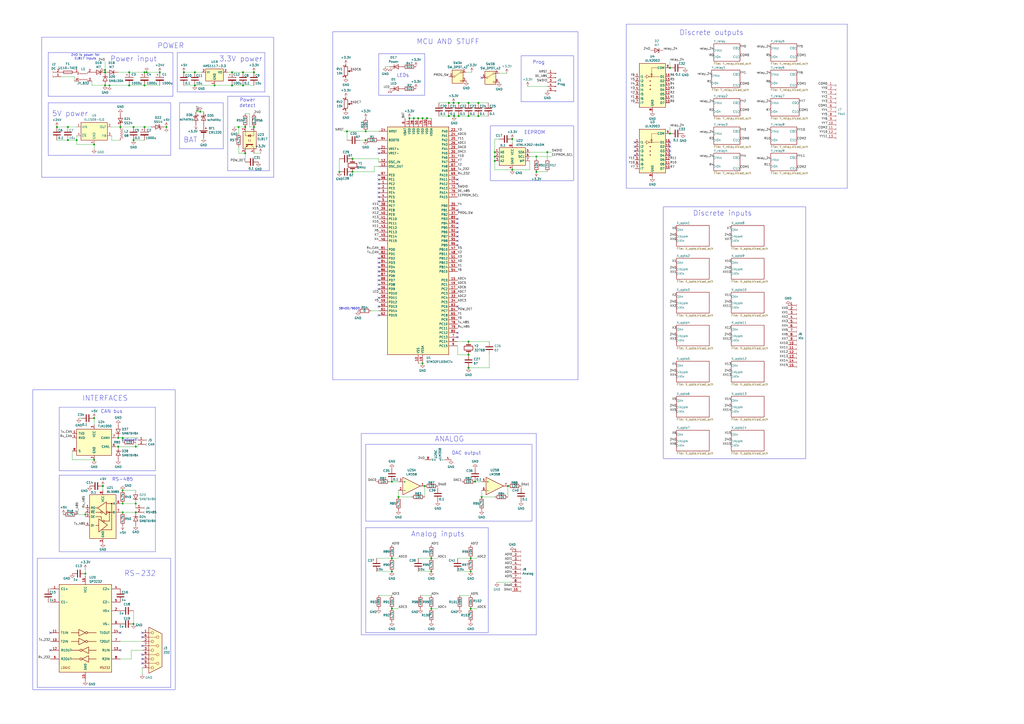
<source format=kicad_sch>
(kicad_sch (version 20231120) (generator "eeschema") (generator_version "8.0")
  (paper "A2")
  (junction (at 297.18 80.645))
  (junction (at 275.59 279.4))
  (junction (at 77.47 73.66))
  (junction (at 74.93 49.53))
  (junction (at 273.05 323.85))
  (junction (at 271.78 67.31))
  (junction (at 49.53 298.45))
  (junction (at 59.69 281.94))
  (junction (at 242.57 68.58))
  (junction (at 60.96 49.53))
  (junction (at 227.33 331.47))
  (junction (at 71.12 292.1))
  (junction (at 246.38 281.94))
  (junction (at 60.96 41.91))
  (junction (at 240.03 68.58))
  (junction (at 227.33 353.06))
  (junction (at 113.03 41.91))
  (junction (at 279.4 288.29))
  (junction (at 260.35 59.69))
  (junction (at 39.37 81.28))
  (junction (at 83.82 49.53))
  (junction (at 196.85 99.695))
  (junction (at 78.74 259.08))
  (junction (at 297.18 98.425))
  (junction (at 78.74 292.1))
  (junction (at 147.32 41.91))
  (junction (at 54.61 242.57))
  (junction (at 388.62 77.47))
  (junction (at 68.58 254))
  (junction (at 68.58 259.08))
  (junction (at 263.1136 59.69))
  (junction (at 96.52 73.66))
  (junction (at 140.97 41.91))
  (junction (at 266.065 59.69))
  (junction (at 60.96 40.64))
  (junction (at 271.78 213.36))
  (junction (at 92.71 41.91))
  (junction (at 63.5 49.53))
  (junction (at 83.82 41.91))
  (junction (at 273.05 331.47))
  (junction (at 311.15 90.805))
  (junction (at 54.61 266.7))
  (junction (at 83.82 73.66))
  (junction (at 138.43 73.66))
  (junction (at 201.295 76.2))
  (junction (at 311.15 99.695))
  (junction (at 77.47 361.95))
  (junction (at 142.24 73.66))
  (junction (at 134.62 49.53))
  (junction (at 271.78 205.74))
  (junction (at 271.78 59.69))
  (junction (at 204.47 99.695))
  (junction (at 69.85 73.66))
  (junction (at 71.12 254))
  (junction (at 212.09 81.28))
  (junction (at 49.53 332.74))
  (junction (at 39.37 73.66))
  (junction (at 77.47 81.28))
  (junction (at 71.12 284.48))
  (junction (at 245.11 68.58))
  (junction (at 106.68 41.91))
  (junction (at 277.495 67.31))
  (junction (at 287.02 90.805))
  (junction (at 266.065 67.31))
  (junction (at 271.78 198.12))
  (junction (at 140.97 49.53))
  (junction (at 147.32 73.66))
  (junction (at 113.03 49.53))
  (junction (at 287.02 88.265))
  (junction (at 78.74 297.18))
  (junction (at 71.12 297.18))
  (junction (at 231.14 288.29))
  (junction (at 124.46 49.53))
  (junction (at 85.09 41.91))
  (junction (at 250.19 331.47))
  (junction (at 273.05 353.06))
  (junction (at 287.02 93.345))
  (junction (at 263.4145 67.31))
  (junction (at 388.62 39.37))
  (junction (at 134.62 41.91))
  (junction (at 277.495 59.69))
  (junction (at 204.47 92.075))
  (junction (at 74.93 41.91))
  (junction (at 260.35 67.31))
  (junction (at 142.24 88.9))
  (junction (at 33.02 73.66))
  (junction (at 294.64 281.94))
  (junction (at 250.19 323.85))
  (junction (at 237.49 68.58))
  (junction (at 250.19 353.06))
  (junction (at 54.61 83.82))
  (junction (at 245.11 210.82))
  (junction (at 247.65 68.58))
  (junction (at 44.45 81.28))
  (junction (at 227.33 323.85))
  (junction (at 212.1489 76.2))
  (junction (at 116.1977 64.77))
  (junction (at 317.5 88.265))
  (junction (at 227.33 279.4))
  (no_connect (at 219.71 114.3))
  (no_connect (at 265.43 132.08))
  (no_connect (at 368.3 82.55))
  (no_connect (at 265.43 139.7))
  (no_connect (at 69.85 377.19))
  (no_connect (at 219.71 88.9))
  (no_connect (at 219.71 165.1))
  (no_connect (at 219.71 152.4))
  (no_connect (at 82.55 379.73))
  (no_connect (at 388.62 85.09))
  (no_connect (at 265.43 142.24))
  (no_connect (at 29.21 377.19))
  (no_connect (at 219.71 111.76))
  (no_connect (at 219.71 106.68))
  (no_connect (at 388.62 90.17))
  (no_connect (at 82.55 382.27))
  (no_connect (at 265.43 137.16))
  (no_connect (at 219.71 86.36))
  (no_connect (at 219.71 172.72))
  (no_connect (at 219.71 104.14))
  (no_connect (at 265.43 121.92))
  (no_connect (at 219.71 167.64))
  (no_connect (at 82.55 369.57))
  (no_connect (at 219.71 149.86))
  (no_connect (at 265.43 195.58))
  (no_connect (at 219.71 182.88))
  (no_connect (at 265.43 129.54))
  (no_connect (at 265.43 127))
  (no_connect (at 219.71 101.6))
  (no_connect (at 388.62 82.55))
  (no_connect (at 29.21 367.03))
  (no_connect (at 265.43 106.68))
  (no_connect (at 368.3 87.63))
  (no_connect (at 219.71 162.56))
  (no_connect (at 82.55 367.03))
  (no_connect (at 219.71 157.48))
  (no_connect (at 219.71 109.22))
  (no_connect (at 82.55 384.81))
  (no_connect (at 219.71 116.84))
  (no_connect (at 265.43 104.14))
  (no_connect (at 368.3 90.17))
  (no_connect (at 265.43 193.04))
  (no_connect (at 219.71 154.94))
  (no_connect (at 265.43 134.62))
  (no_connect (at 279.4 45.085))
  (no_connect (at 69.85 367.03))
  (no_connect (at 82.55 374.65))
  (no_connect (at 368.3 85.09))
  (no_connect (at 265.43 177.8))
  (no_connect (at 219.71 160.02))
  (no_connect (at 388.62 87.63))
  (no_connect (at 219.71 177.8))
  (wire (pts (xy 69.85 372.11) (xy 82.55 372.11)))
  (wire (pts (xy 265.43 331.47) (xy 273.05 331.47)))
  (wire (pts (xy 317.5 88.265) (xy 317.5 92.075)))
  (wire (pts (xy 238.76 288.29) (xy 231.14 288.29)))
  (wire (pts (xy 287.02 98.425) (xy 297.18 98.425)))
  (wire (pts (xy 287.02 288.29) (xy 279.4 288.29)))
  (wire (pts (xy 49.53 298.45) (xy 49.53 299.72)))
  (wire (pts (xy 135.89 73.66) (xy 138.43 73.66)))
  (wire (pts (xy 68.58 259.08) (xy 67.31 259.08)))
  (wire (pts (xy 60.96 49.53) (xy 53.34 49.53)))
  (wire (pts (xy 242.57 210.82) (xy 245.11 210.82)))
  (wire (pts (xy 39.37 81.28) (xy 44.45 81.28)))
  (wire (pts (xy 294.005 42.545) (xy 289.56 42.545)))
  (wire (pts (xy 64.77 81.28) (xy 64.77 78.74)))
  (wire (pts (xy 49.53 330.2) (xy 49.53 332.74)))
  (wire (pts (xy 242.57 68.58) (xy 245.11 68.58)))
  (wire (pts (xy 275.59 279.4) (xy 279.4 279.4)))
  (wire (pts (xy 44.45 78.74) (xy 44.45 81.28)))
  (wire (pts (xy 273.05 323.85) (xy 276.86 323.85)))
  (wire (pts (xy 240.03 68.58) (xy 242.57 68.58)))
  (wire (pts (xy 92.71 49.53) (xy 83.82 49.53)))
  (wire (pts (xy 113.665 64.77) (xy 116.1977 64.77)))
  (wire (pts (xy 271.78 59.69) (xy 277.495 59.69)))
  (wire (pts (xy 265.43 205.74) (xy 271.78 205.74)))
  (wire (pts (xy 60.96 49.53) (xy 63.5 49.53)))
  (wire (pts (xy 124.46 49.53) (xy 134.62 49.53)))
  (wire (pts (xy 82.55 377.19) (xy 76.2 377.19)))
  (wire (pts (xy 71.12 254) (xy 80.01 254)))
  (wire (pts (xy 388.62 73.66) (xy 388.62 77.47)))
  (wire (pts (xy 212.1489 76.2) (xy 219.71 76.2)))
  (wire (pts (xy 227.33 279.4) (xy 231.14 279.4)))
  (wire (pts (xy 215.265 180.34) (xy 219.71 180.34)))
  (wire (pts (xy 237.49 68.58) (xy 240.03 68.58)))
  (wire (pts (xy 45.72 242.57) (xy 46.99 242.57)))
  (wire (pts (xy 254.635 59.69) (xy 260.35 59.69)))
  (wire (pts (xy 76.2 377.19) (xy 76.2 382.27)))
  (wire (pts (xy 80.01 259.08) (xy 78.74 259.08)))
  (wire (pts (xy 320.04 88.265) (xy 317.5 88.265)))
  (wire (pts (xy 306.07 50.165) (xy 317.5 50.165)))
  (wire (pts (xy 247.65 68.58) (xy 250.19 68.58)))
  (wire (pts (xy 260.35 67.31) (xy 263.4145 67.31)))
  (wire (pts (xy 226.06 279.4) (xy 227.33 279.4)))
  (wire (pts (xy 49.53 297.18) (xy 49.53 298.45)))
  (wire (pts (xy 116.84 41.91) (xy 113.03 41.91)))
  (wire (pts (xy 204.47 99.695) (xy 217.17 99.695)))
  (wire (pts (xy 27.94 349.25) (xy 29.21 349.25)))
  (wire (pts (xy 134.62 41.91) (xy 140.97 41.91)))
  (wire (pts (xy 77.47 354.33) (xy 77.47 361.95)))
  (wire (pts (xy 265.43 200.66) (xy 265.43 205.74)))
  (wire (pts (xy 43.18 46.99) (xy 43.18 44.45)))
  (wire (pts (xy 266.065 67.31) (xy 271.78 67.31)))
  (wire (pts (xy 41.91 261.62) (xy 41.91 266.7)))
  (wire (pts (xy 68.58 254) (xy 71.12 254)))
  (wire (pts (xy 41.91 266.7) (xy 54.61 266.7)))
  (wire (pts (xy 208.915 81.28) (xy 212.09 81.28)))
  (wire (pts (xy 245.11 68.58) (xy 247.65 68.58)))
  (wire (pts (xy 283.845 213.36) (xy 283.845 205.74)))
  (wire (pts (xy 67.31 254) (xy 68.58 254)))
  (wire (pts (xy 80.01 257.81) (xy 80.01 259.08)))
  (wire (pts (xy 283.845 198.12) (xy 271.78 198.12)))
  (wire (pts (xy 63.5 49.53) (xy 74.93 49.53)))
  (wire (pts (xy 78.74 256.54) (xy 78.74 259.08)))
  (wire (pts (xy 231.14 288.29) (xy 231.14 284.48)))
  (wire (pts (xy 43.18 44.45) (xy 35.56 44.45)))
  (wire (pts (xy 279.4 288.29) (xy 279.4 284.48)))
  (wire (pts (xy 277.495 67.31) (xy 283.21 67.31)))
  (wire (pts (xy 27.94 341.63) (xy 29.21 341.63)))
  (wire (pts (xy 138.43 85.09) (xy 138.43 88.9)))
  (wire (pts (xy 317.5 88.265) (xy 307.34 88.265)))
  (wire (pts (xy 78.74 284.48) (xy 71.12 284.48)))
  (wire (pts (xy 201.295 81.28) (xy 201.295 76.2)))
  (wire (pts (xy 271.78 213.36) (xy 283.845 213.36)))
  (wire (pts (xy 54.61 242.57) (xy 54.61 246.38)))
  (wire (pts (xy 196.85 92.075) (xy 196.85 99.695)))
  (wire (pts (xy 263.4145 67.31) (xy 266.065 67.31)))
  (wire (pts (xy 243.84 345.44) (xy 250.19 345.44)))
  (wire (pts (xy 227.33 353.06) (xy 231.14 353.06)))
  (wire (pts (xy 311.15 90.805) (xy 307.34 90.805)))
  (wire (pts (xy 39.37 73.66) (xy 44.45 73.66)))
  (wire (pts (xy 74.93 49.53) (xy 83.82 49.53)))
  (wire (pts (xy 33.02 81.28) (xy 39.37 81.28)))
  (wire (pts (xy 250.19 323.85) (xy 254 323.85)))
  (wire (pts (xy 388.62 35.56) (xy 388.62 39.37)))
  (wire (pts (xy 134.62 49.53) (xy 140.97 49.53)))
  (wire (pts (xy 242.57 323.85) (xy 250.19 323.85)))
  (wire (pts (xy 106.68 49.53) (xy 113.03 49.53)))
  (wire (pts (xy 242.57 331.47) (xy 250.19 331.47)))
  (wire (pts (xy 287.02 80.645) (xy 287.02 88.265)))
  (wire (pts (xy 138.43 88.9) (xy 142.24 88.9)))
  (wire (pts (xy 250.19 353.06) (xy 254 353.06)))
  (wire (pts (xy 85.09 41.91) (xy 83.82 41.91)))
  (wire (pts (xy 78.74 259.08) (xy 68.58 259.08)))
  (wire (pts (xy 266.065 59.69) (xy 271.78 59.69)))
  (wire (pts (xy 142.24 66.04) (xy 144.78 66.04)))
  (wire (pts (xy 273.05 353.06) (xy 276.86 353.06)))
  (wire (pts (xy 254.635 67.31) (xy 260.35 67.31)))
  (wire (pts (xy 80.01 254) (xy 80.01 255.27)))
  (wire (pts (xy 288.29 337.82) (xy 297.18 337.82)))
  (wire (pts (xy 77.47 73.66) (xy 83.82 73.66)))
  (wire (pts (xy 271.78 198.12) (xy 265.43 198.12)))
  (wire (pts (xy 254 283.21) (xy 254 281.94)))
  (wire (pts (xy 219.71 345.44) (xy 227.33 345.44)))
  (wire (pts (xy 116.1977 64.77) (xy 118.11 64.77)))
  (wire (pts (xy 78.74 292.1) (xy 78.74 294.64)))
  (wire (pts (xy 33.02 73.66) (xy 39.37 73.66)))
  (wire (pts (xy 217.17 99.695) (xy 217.17 96.52)))
  (wire (pts (xy 54.61 86.36) (xy 54.61 83.82)))
  (wire (pts (xy 53.34 49.53) (xy 53.34 46.99)))
  (wire (pts (xy 289.56 80.645) (xy 287.02 80.645)))
  (wire (pts (xy 201.295 76.2) (xy 212.1489 76.2)))
  (wire (pts (xy 96.52 73.66) (xy 95.25 73.66)))
  (wire (pts (xy 311.15 92.075) (xy 311.15 90.805)))
  (wire (pts (xy 287.02 88.265) (xy 287.02 90.805)))
  (wire (pts (xy 307.34 98.425) (xy 307.34 93.345)))
  (wire (pts (xy 44.45 83.82) (xy 54.61 83.82)))
  (wire (pts (xy 218.44 323.85) (xy 227.33 323.85)))
  (wire (pts (xy 260.35 59.69) (xy 263.1136 59.69)))
  (wire (pts (xy 147.32 88.9) (xy 151.13 88.9)))
  (wire (pts (xy 140.97 49.53) (xy 147.32 49.53)))
  (wire (pts (xy 302.26 283.21) (xy 302.26 281.94)))
  (wire (pts (xy 76.2 382.27) (xy 69.85 382.27)))
  (wire (pts (xy 311.15 99.695) (xy 317.5 99.695)))
  (wire (pts (xy 287.02 93.345) (xy 287.02 98.425)))
  (wire (pts (xy 266.7 345.44) (xy 273.05 345.44)))
  (wire (pts (xy 144.78 73.66) (xy 147.32 73.66)))
  (wire (pts (xy 60.96 40.64) (xy 60.96 41.91)))
  (wire (pts (xy 140.97 41.91) (xy 147.32 41.91)))
  (wire (pts (xy 69.85 73.66) (xy 64.77 73.66)))
  (wire (pts (xy 87.63 73.66) (xy 83.82 73.66)))
  (wire (pts (xy 78.74 292.1) (xy 71.12 292.1)))
  (wire (pts (xy 218.44 331.47) (xy 227.33 331.47)))
  (wire (pts (xy 92.71 41.91) (xy 85.09 41.91)))
  (wire (pts (xy 82.55 391.16) (xy 82.55 387.35)))
  (wire (pts (xy 74.93 41.91) (xy 83.82 41.91)))
  (wire (pts (xy 217.17 96.52) (xy 219.71 96.52)))
  (wire (pts (xy 227.33 323.85) (xy 231.14 323.85)))
  (wire (pts (xy 287.02 90.805) (xy 287.02 93.345)))
  (wire (pts (xy 69.85 81.28) (xy 64.77 81.28)))
  (wire (pts (xy 78.74 297.18) (xy 71.12 297.18)))
  (wire (pts (xy 144.78 66.04) (xy 144.78 73.66)))
  (wire (pts (xy 142.24 93.98) (xy 142.24 88.9)))
  (wire (pts (xy 219.71 92.075) (xy 219.71 93.98)))
  (wire (pts (xy 71.12 292.1) (xy 69.85 292.1)))
  (wire (pts (xy 271.78 67.31) (xy 277.495 67.31)))
  (wire (pts (xy 199.39 76.2) (xy 201.295 76.2)))
  (wire (pts (xy 138.43 73.66) (xy 142.24 73.66)))
  (wire (pts (xy 273.685 41.91) (xy 270.51 41.91)))
  (wire (pts (xy 68.58 41.91) (xy 74.93 41.91)))
  (wire (pts (xy 44.45 298.45) (xy 49.53 298.45)))
  (wire (pts (xy 77.47 81.28) (xy 83.82 81.28)))
  (wire (pts (xy 320.04 90.805) (xy 311.15 90.805)))
  (wire (pts (xy 277.495 59.69) (xy 283.21 59.69)))
  (wire (pts (xy 263.1136 59.69) (xy 266.065 59.69)))
  (wire (pts (xy 297.18 80.645) (xy 297.18 83.185)))
  (wire (pts (xy 71.12 297.18) (xy 69.85 297.18)))
  (wire (pts (xy 44.45 81.28) (xy 44.45 83.82)))
  (wire (pts (xy 297.18 98.425) (xy 307.34 98.425)))
  (wire (pts (xy 246.38 288.29) (xy 246.38 281.94)))
  (wire (pts (xy 223.52 38.735) (xy 226.06 38.735)))
  (wire (pts (xy 59.69 281.94) (xy 59.69 284.48)))
  (wire (pts (xy 134.62 41.91) (xy 132.08 41.91)))
  (wire (pts (xy 294.64 288.29) (xy 294.64 281.94)))
  (wire (pts (xy 138.43 73.66) (xy 138.43 77.47)))
  (wire (pts (xy 204.47 92.075) (xy 219.71 92.075)))
  (wire (pts (xy 60.96 35.56) (xy 60.96 40.64)))
  (wire (pts (xy 49.53 332.74) (xy 49.53 334.01)))
  (wire (pts (xy 265.43 323.85) (xy 273.05 323.85)))
  (wire (pts (xy 77.47 73.66) (xy 69.85 73.66)))
  (wire (pts (xy 106.68 41.91) (xy 113.03 41.91)))
  (wire (pts (xy 113.03 49.53) (xy 124.46 49.53)))
  (wire (pts (xy 397.51 39.37) (xy 396.24 39.37)))
  (wire (pts (xy 71.12 254) (xy 71.12 256.54)))
  (rectangle (start 27.94 30.48) (end 100.33 55.88))
  (rectangle (start 219.71 31.115) (end 246.38 55.245))
  (rectangle (start 24.13 21.59) (end 158.75 102.87))
  (rectangle (start 284.48 73.025) (end 332.74 104.775))
  (rectangle (start 34.29 275.59) (end 90.17 320.04))
  (rectangle (start 104.14 59.69) (end 129.54 86.36))
  (rectangle (start 363.22 13.97) (end 491.49 109.22))
  (rectangle (start 132.08 55.88) (end 156.21 99.06))
  (rectangle (start 19.05 226.06) (end 101.6 400.05))
  (rectangle (start 212.09 257.81) (end 308.61 302.26))
  (rectangle (start 209.55 251.46) (end 311.15 368.3))
  (rectangle (start 21.59 323.85) (end 99.06 398.78))
  (rectangle (start 193.04 18.415) (end 335.28 220.345))
  (rectangle (start 27.94 59.69) (end 99.06 90.17))
  (rectangle (start 34.29 236.22) (end 90.17 273.05))
  (rectangle (start 102.87 30.48) (end 153.67 53.34))
  (rectangle (start 212.09 306.07) (end 283.21 367.03))
  (rectangle (start 302.26 32.385) (end 332.74 59.055))
  (rectangle (start 384.81 120.015) (end 467.36 266.065))
  (text "RS-232" (at 81.28 332.74 0) (effects (font (size 3 3))))
  (text "Discrete inputs" (at 419.1 123.825 0) (effects (font (size 3 3))))
  (text "24O is power for\nEL817 inputs" (at 49.53 33.02 0) (effects (font (size 1.27 1.27))))
  (text "RS-485" (at 71.12 278.13 0) (effects (font (size 2 2))))
  (text "38400/9600" (at 202.565 179.07 0) (effects (font (size 1.27 1.27))))
  (text "Analog inputs" (at 254 309.88 0) (effects (font (size 3 3))))
  (text "BAT" (at 110.49 81.28 0) (effects (font (size 3 3))))
  (text "3.3V power" (at 139.7 34.29 0) (effects (font (size 3 3))))
  (text "DAC output" (at 270.51 262.89 0) (effects (font (size 2 2))))
  (text "ANALOG" (at 269.24 256.54 0) (effects (font (size 3 3)) (justify right bottom)))
  (text "POWER" (at 99.06 26.67 0) (effects (font (size 3 3))))
  (text "Optional!" (at 74.93 255.27 0) (effects (font (size 1.27 1.27))))
  (text "Power\ndetect" (at 143.51 59.69 0) (effects (font (size 2 2))))
  (text "EEPROM" (at 316.23 78.105 0) (effects (font (size 2 2)) (justify right bottom)))
  (text "CAN bus" (at 64.77 238.76 0) (effects (font (size 2 2))))
  (text "LEDs" (at 233.68 43.815 0) (effects (font (size 2 2))))
  (text "Prog" (at 312.42 36.195 0) (effects (font (size 2 2))))
  (text "Discrete outputs" (at 412.75 19.05 0) (effects (font (size 3 3))))
  (text "MCU AND STUFF" (at 278.13 26.035 0) (effects (font (size 3 3)) (justify right bottom)))
  (text "Power input" (at 77.47 34.29 0) (effects (font (size 3 3))))
  (text "INTERFACES" (at 60.96 231.14 0) (effects (font (size 3 3))))
  (text "5V power" (at 40.64 66.04 0) (effects (font (size 3 3))))
  (label "SWDIO" (at 317.5 47.625 180))
  (label "X12" (at 219.71 124.46 180))
  (label "YY3" (at 480.06 59.69 180))
  (label "ADi3" (at 297.18 330.2 180))
  (label "24O" (at 424.18 236.22 180))
  (label "Y4" (at 368.3 49.53 180))
  (label "ADi1" (at 250.19 316.23 0))
  (label "relay_24" (at 384.81 29.21 0))
  (label "ADi2" (at 297.18 327.66 180))
  (label "X0" (at 392.43 133.35 180))
  (label "X0" (at 265.43 152.4 0))
  (label "BAT" (at 234.95 68.58 90))
  (label "R11" (at 388.62 92.71 0))
  (label "EEPROM_SCL" (at 265.43 114.3 0))
  (label "YY1" (at 480.06 54.61 180))
  (label "24O" (at 377.19 29.21 180))
  (label "Y1" (at 368.3 57.15 180))
  (label "COM0" (at 429.26 49.53 0))
  (label "ADC5" (at 265.43 165.1 0))
  (label "XX3" (at 457.2 187.325 180))
  (label "ADC1" (at 265.43 83.82 0))
  (label "Rx_485" (at 49.53 294.64 90))
  (label "X1" (at 392.43 152.4 180))
  (label "DAo0" (at 297.18 340.36 180))
  (label "COM2" (at 480.06 74.93 180))
  (label "ADi4" (at 297.18 332.74 180))
  (label "relay_24" (at 447.04 59.69 180))
  (label "24O" (at 392.43 175.895 180))
  (label "Rx_232" (at 265.43 101.6 0))
  (label "relay_24" (at 447.04 92.71 180))
  (label "XX5" (at 392.43 238.76 180))
  (label "SWDIO" (at 265.43 109.22 0))
  (label "relay_24" (at 412.75 43.815 180))
  (label "ADi3" (at 227.33 345.44 0))
  (label "NRST" (at 317.5 42.545 180))
  (label "Y4" (at 265.43 119.38 0))
  (label "ADC5" (at 276.86 353.06 0))
  (label "COM0" (at 429.26 64.77 0))
  (label "XX13" (at 457.2 207.645 180))
  (label "X4" (at 392.43 212.09 180))
  (label "YY0" (at 429.26 27.94 0))
  (label "ADC7" (at 204.47 60.325 0))
  (label "X13" (at 424.18 212.09 180))
  (label "relay_24" (at 447.04 43.18 180))
  (label "YY10" (at 480.06 77.47 180))
  (label "ADC4" (at 254 353.06 0))
  (label "XX10" (at 424.18 158.75 180))
  (label "R7" (at 388.62 97.79 0))
  (label "Y1" (at 265.43 182.88 0))
  (label "DAo1" (at 302.26 281.94 0))
  (label "XX3" (at 392.43 197.485 180))
  (label "ADC6" (at 265.43 167.64 0))
  (label "X6" (at 392.43 252.095 180))
  (label "Tx_232" (at 265.43 99.06 0))
  (label "relay_24" (at 388.62 35.56 0))
  (label "DAC0" (at 218.44 279.4 180))
  (label "24O" (at 392.43 194.945 180))
  (label "X13" (at 219.71 127 180))
  (label "X3" (at 392.43 191.135 180))
  (label "ADC7" (at 265.43 170.18 0))
  (label "YY4" (at 480.06 64.77 180))
  (label "YY2" (at 429.26 59.69 0))
  (label "Tx_485" (at 49.53 304.8 180))
  (label "Rx_485" (at 265.43 190.5 0))
  (label "relay_24" (at 414.02 91.44 180))
  (label "COM1" (at 462.28 49.53 0))
  (label "X12" (at 424.18 191.135 180))
  (label "XX12" (at 424.18 197.485 180))
  (label "24O" (at 424.18 194.945 180))
  (label "ADi1" (at 297.18 325.12 180))
  (label "R11" (at 447.04 96.52 180))
  (label "ADC2" (at 265.43 172.72 0))
  (label "XX11" (at 457.2 202.565 180))
  (label "COM2" (at 462.28 97.79 0))
  (label "24O" (at 424.18 156.21 180))
  (label "XX2" (at 457.2 184.785 180))
  (label "XX10" (at 457.2 200.025 180))
  (label "Tx_CAN" (at 41.91 251.46 180))
  (label "X7" (at 424.18 133.35 180))
  (label "XX4" (at 457.2 189.865 180))
  (label "relay_24" (at 414.02 29.21 180))
  (label "XX14" (at 424.18 238.76 180))
  (label "COM1" (at 480.06 62.23 180))
  (label "ADC4" (at 265.43 162.56 0))
  (label "Y2" (at 265.43 96.52 0))
  (label "XX14" (at 457.2 210.185 180))
  (label "XX15" (at 457.2 212.725 180))
  (label "X14" (at 424.18 232.41 180))
  (label "DE_485" (at 317.5 45.085 180))
  (label "Y6" (at 265.43 157.48 0))
  (label "Y6" (at 368.3 44.45 180))
  (label "X7" (at 219.71 137.16 180))
  (label "ADC1" (at 254 323.85 0))
  (label "ADC3" (at 231.14 353.06 0))
  (label "R4" (at 414.02 96.52 180))
  (label "Y0" (at 368.3 59.69 180))
  (label "X15" (at 424.18 252.095 180))
  (label "XX15" (at 424.18 258.445 180))
  (label "XX1" (at 392.43 158.75 180))
  (label "ADi5" (at 273.05 345.44 0))
  (label "R5" (at 447.04 33.02 180))
  (label "YY10" (at 462.28 76.2 0))
  (label "DAC0" (at 265.43 86.36 0))
  (label "XX6" (at 392.43 258.445 180))
  (label "X4" (at 219.71 139.7 180))
  (label "X11" (at 219.71 132.08 180))
  (label "R1" (at 412.75 48.26 180))
  (label "relay_24" (at 414.02 77.47 180))
  (label "24O" (at 424.18 137.16 180))
  (label "ADC0" (at 265.43 78.74 0))
  (label "X10" (at 219.71 129.54 180))
  (label "POW_DET" (at 142.24 93.98 180))
  (label "R6" (at 388.62 44.45 0))
  (label "COM1" (at 462.28 33.02 0))
  (label "XX0" (at 457.2 179.705 180))
  (label "R2" (at 388.62 54.61 0))
  (label "relay_24" (at 447.04 76.2 180))
  (label "24O" (at 147.32 66.04 0))
  (label "XX13" (at 424.18 218.44 180))
  (label "R0" (at 414.02 33.02 180))
  (label "Y5" (at 219.71 175.26 180))
  (label "YY5" (at 480.06 67.31 180))
  (label "Y10" (at 265.43 91.44 0))
  (label "R10" (at 388.62 95.25 0))
  (label "R4" (at 388.62 49.53 0))
  (label "YY11" (at 462.28 91.44 0))
  (label "DAo1" (at 297.18 342.9 180))
  (label "XX12" (at 457.2 205.105 180))
  (label "Rx_232" (at 29.21 382.27 180))
  (label "R10" (at 447.04 81.28 180))
  (label "XX6" (at 457.2 194.945 180))
  (label "ADi5" (at 297.18 335.28 180))
  (label "R6" (at 447.04 48.26 180))
  (label "YY4" (at 429.26 91.44 0))
  (label "24O" (at 424.18 255.905 180))
  (label "Y2" (at 368.3 54.61 180))
  (label "24O" (at 60.96 35.56 180))
  (label "YY11" (at 480.06 80.01 180))
  (label "COM2" (at 462.28 81.28 0))
  (label "24O" (at 392.43 236.22 180))
  (label "XX7" (at 457.2 197.485 180))
  (label "Y10" (at 368.3 95.25 180))
  (label "DAC1" (at 267.97 279.4 180))
  (label "NRST" (at 199.39 76.2 180))
  (label "DAC1" (at 265.43 88.9 0))
  (label "X10" (at 424.18 152.4 180))
  (label "X5" (at 265.43 144.78 0))
  (label "COM1" (at 463.55 64.77 0))
  (label "24O" (at 392.43 137.16 180))
  (label "X6" (at 219.71 134.62 180))
  (label "YY5" (at 462.28 27.94 0))
  (label "24O" (at 424.18 175.895 180))
  (label "YY0" (at 480.06 52.07 180))
  (label "24O" (at 392.43 255.905 180))
  (label "DE_485" (at 265.43 111.76 0))
  (label "Y3" (at 368.3 52.07 180))
  (label "LED" (at 219.71 170.18 180))
  (label "COM1" (at 429.26 97.79 0))
  (label "relay_24" (at 447.04 27.94 180))
  (label "YY7" (at 463.55 59.69 0))
  (label "ADi4" (at 250.19 345.44 0))
  (label "YY6" (at 462.28 43.18 0))
  (label "X2" (at 392.43 172.085 180))
  (label "XX1" (at 457.2 182.245 180))
  (label "R2" (at 414.02 64.77 180))
  (label "DAo0" (at 254 281.94 0))
  (label "X3" (at 265.43 149.86 0))
  (label "X14" (at 219.71 119.38 180))
  (label "XX2" (at 392.43 178.435 180))
  (label "R3" (at 388.62 52.07 0))
  (label "Y11" (at 265.43 81.28 0))
  (label "X15" (at 219.71 121.92 180))
  (label "Y7" (at 368.3 97.79 180))
  (label "X1" (at 265.43 154.94 0))
  (label "ADi2" (at 273.05 316.23 0))
  (label "YY3" (at 429.26 76.2 0))
  (label "R1" (at 388.62 57.15 0))
  (label "R5" (at 388.62 46.99 0))
  (label "24O" (at 246.38 266.7 180))
  (label "SWDIO" (at 320.04 88.265 0))
  (label "ADC2" (at 276.86 323.85 0))
  (label "YY6" (at 480.06 69.85 180))
  (label "LED" (at 226.06 51.435 180))
  (label "24O" (at 392.43 156.21 180))
  (label "Y5" (at 368.3 46.99 180))
  (label "R3" (at 414.02 81.28 180))
  (label "COM0" (at 429.26 81.28 0))
  (label "ADi0" (at 227.33 316.23 0))
  (label "BAT" (at 115.7195 64.77 90))
  (label "X11" (at 424.18 172.085 180))
  (label "PROG_SW" (at 260.35 44.45 180))
  (label "POW_DET" (at 265.43 180.34 0))
  (label "ADC0" (at 231.14 323.85 0))
  (label "R0" (at 388.62 59.69 0))
  (label "Y7" (at 265.43 93.98 0))
  (label "Y3" (at 265.43 76.2 0))
  (label "relay_24" (at 388.62 73.66 0))
  (label "XX5" (at 457.2 192.405 180))
  (label "24O" (at 392.43 215.9 180))
  (label "Rx_CAN" (at 41.91 254 180))
  (label "YY7" (at 480.06 72.39 180))
  (label "ADi0" (at 297.18 322.58 180))
  (label "ADC6" (at 204.47 41.275 0))
  (label "YY1" (at 429.26 43.18 0))
  (label "X5" (at 392.43 232.41 180))
  (label "XX7" (at 424.18 139.7 180))
  (label "relay_24" (at 414.02 59.69 180))
  (label "COM0" (at 429.26 33.02 0))
  (label "COM0" (at 480.06 49.53 180))
  (label "XX11" (at 424.18 178.435 180))
  (label "Rx_CAN" (at 219.71 144.78 180))
  (label "Tx_485" (at 265.43 187.96 0))
  (label "XX0" (at 392.43 139.7 180))
  (label "EEPROM_SCL" (at 320.04 90.805 0))
  (label "DE_485" (at 45.72 298.45 90))
  (label "X2" (at 265.43 147.32 0))
  (label "PROG_SW" (at 265.43 124.46 0))
  (label "Tx_CAN" (at 219.71 147.32 180))
  (label "24O" (at 424.18 215.9 180))
  (label "ADC3" (at 265.43 175.26 0))
  (label "Tx_232" (at 29.21 372.11 180))
  (label "YY2" (at 480.06 57.15 180))
  (label "Y0" (at 265.43 185.42 0))
  (label "R7" (at 447.04 64.77 180))
  (label "Y11" (at 368.3 92.71 180))
  (label "XX4" (at 392.43 218.44 180))
  (symbol (lib_id "Device:R") (at 215.9 81.28 90) (unit 1)
    (property "Reference" "R1" (at 215.9 79.375 90))
    (property "Value" "10k" (at 215.9 81.28 90))
    (property "Footprint" "Resistor_SMD:R_0603_1608Metric_Pad0.98x0.95mm_HandSolder" (effects (hide yes)))
    (property "Description" "Resistor" (effects (hide yes)))
  )
  (symbol (lib_id "power:+3.3V") (at 49.53 330.2 0) (unit 1)
    (property "Reference" "#PWR058" (effects (hide yes)))
    (property "Value" "+3.3V" (at 49.53 326.0669 0))
    (property "Description" "Power symbol creates a global label with name \"+3.3V\"" (effects (hide yes)))
  )
  (symbol (lib_id "Switch:SW_DPDT_x2") (at 284.48 45.085 0) (unit 2)
    (property "Reference" "SW3" (at 284.48 37.1305 0))
    (property "Value" "SW_DPDT_x2" (at 284.48 39.5548 0))
    (property "Footprint" "Button_Switch_THT:SW_CK_JS202011CQN_DPDT_Straight" (effects (hide yes)))
    (property "Description" "Switch, dual pole double throw, separate symbols" (effects (hide yes)))
  )
  (symbol (lib_id "Device:C") (at 140.97 45.72 0) (unit 1)
    (property "Reference" "C8" (at 141.605 43.815 0) (effects (justify left)))
    (property "Value" "0.1" (at 141.605 48.26 0) (effects (justify left)))
    (property "Footprint" "Capacitor_SMD:C_0603_1608Metric_Pad1.08x0.95mm_HandSolder" (effects (hide yes)))
    (property "Description" "Unpolarized capacitor" (effects (hide yes)))
  )
  (symbol (lib_id "Device:C") (at 27.94 345.44 0) (unit 1)
    (property "Reference" "C15" (at 28.575 343.535 0) (effects (justify left)))
    (property "Value" "1u" (at 28.575 347.98 0) (effects (justify left)))
    (property "Footprint" "Capacitor_SMD:C_0805_2012Metric_Pad1.18x1.45mm_HandSolder" (effects (hide yes)))
    (property "Description" "Unpolarized capacitor" (effects (hide yes)))
  )
  (symbol (lib_id "Device:C") (at 205.105 81.28 90) (unit 1)
    (property "Reference" "C30" (at 205.105 77.47 90))
    (property "Value" "6?" (at 207.645 79.375 90))
    (property "Footprint" "Capacitor_SMD:C_0805_2012Metric_Pad1.18x1.45mm_HandSolder" (effects (hide yes)))
    (property "Description" "Unpolarized capacitor" (effects (hide yes)))
  )
  (symbol (lib_id "power:GND") (at 60.96 49.53 0) (unit 1)
    (property "Reference" "#PWR046" (effects (hide yes)))
    (property "Value" "GND" (at 60.96 53.6631 0))
    (property "Description" "Power symbol creates a global label with name \"GND\" , ground" (effects (hide yes)))
  )
  (symbol (lib_id "Transistor_Array:ULN2003") (at 378.46 87.63 0) (unit 1)
    (property "Reference" "U3" (at 378.46 70.7855 0))
    (property "Value" "ULN2003" (at 378.46 73.2098 0))
    (property "Footprint" "Package_SO:SOIC-16_3.9x9.9mm_P1.27mm" (effects (hide yes)))
    (property "Datasheet" "http://www.ti.com/lit/ds/symlink/uln2003a.pdf" (effects (hide yes)))
    (property "Description" "High Voltage, High Current Darlington Transistor Arrays, SOIC16/SOIC16W/DIP16/TSSOP16" (effects (hide yes)))
  )
  (symbol (lib_id "Diode:SMAJ30A") (at 60.96 45.72 270) (unit 1)
    (property "Reference" "D20" (at 62.992 44.5078 90) (effects (justify left)))
    (property "Value" "SMBJ30A" (at 62.992 46.9321 90) (effects (justify left)))
    (property "Footprint" "Diode_SMD:D_SMB" (effects (hide yes)))
    (property "Datasheet" "https://www.littelfuse.com/media?resourcetype=datasheets&itemid=75e32973-b177-4ee3-a0ff-cedaf1abdb93&filename=smaj-datasheet" (effects (hide yes)))
    (property "Description" "400W unidirectional Transient Voltage Suppressor, 30.0Vr, SMA(DO-214AC)" (effects (hide yes)))
  )
  (symbol (lib_id "Device:C_Polarized") (at 74.93 45.72 0) (unit 1)
    (property "Reference" "C3" (at 76.2 43.18 0) (effects (justify left)))
    (property "Value" "1000u" (at 76.2 48.26 0) (effects (justify left)))
    (property "Footprint" "Capacitor_THT:CP_Radial_D14.0mm_P7.50mm" (effects (hide yes)))
    (property "Description" "Polarized capacitor" (effects (hide yes)))
  )
  (symbol (lib_id "power:GND") (at 207.645 180.34 0) (unit 1)
    (property "Reference" "#PWR044" (effects (hide yes)))
    (property "Value" "GND" (at 207.645 184.4731 0))
    (property "Description" "Power symbol creates a global label with name \"GND\" , ground" (effects (hide yes)))
  )
  (symbol (lib_id "Device:R") (at 147.32 69.85 180) (unit 1)
    (property "Reference" "R56" (at 150.495 69.85 0))
    (property "Value" "6.2k" (at 147.32 69.85 90))
    (property "Footprint" "Resistor_SMD:R_0603_1608Metric_Pad0.98x0.95mm_HandSolder" (effects (hide yes)))
    (property "Description" "Resistor" (effects (hide yes)))
  )
  (symbol (lib_id "Memory_EEPROM:AT24CS64-SSHM") (at 297.18 90.805 0) (unit 1)
    (property "Reference" "U22" (at 299.3741 81.5805 0) (effects (justify left)))
    (property "Value" "ATMLH202-64DM" (at 299.3741 84.0048 0) (effects (justify left)))
    (property "Footprint" "Package_SO:SOIC-8_3.9x4.9mm_P1.27mm" (effects (hide yes)))
    (property "Datasheet" "http://ww1.microchip.com/downloads/en/DeviceDoc/Atmel-8870-SEEPROM-AT24CS64-Datasheet.pdf" (effects (hide yes)))
    (property "Description" "I2C Serial EEPROM, 64Kb (8192x8) with Unique Serial Number, SO8" (effects (hide yes)))
  )
  (symbol (lib_id "power:GND") (at 200.66 64.135 0) (unit 1)
    (property "Reference" "#PWR015" (effects (hide yes)))
    (property "Value" "GND" (at 200.66 68.2681 0))
    (property "Description" "Power symbol creates a global label with name \"GND\" , ground" (effects (hide yes)))
  )
  (symbol (lib_id "Device:Crystal") (at 271.78 201.93 270) (unit 1)
    (property "Reference" "Y2" (at 275.1074 200.7178 90) (effects (justify left)))
    (property "Value" "32768" (at 275.1074 203.1421 90) (effects (justify left)))
    (property "Footprint" "Crystal:Crystal_HC49-U_Vertical" (effects (hide yes)))
    (property "Description" "Two pin crystal" (effects (hide yes)))
  )
  (symbol (lib_id "Device:R") (at 266.7 349.25 0) (unit 1)
    (property "Reference" "R101" (at 260.35 349.25 0) (effects (justify left)))
    (property "Value" "499" (at 266.7 351.155 90) (effects (justify left)))
    (property "Footprint" "Resistor_SMD:R_1210_3225Metric_Pad1.30x2.65mm_HandSolder" (effects (hide yes)))
    (property "Description" "Resistor" (effects (hide yes)))
  )
  (symbol (lib_id "Device:R") (at 237.49 38.735 90) (unit 1)
    (property "Reference" "R47" (at 237.49 36.83 90))
    (property "Value" "510" (at 237.49 38.735 90))
    (property "Footprint" "Resistor_SMD:R_0603_1608Metric_Pad0.98x0.95mm_HandSolder" (effects (hide yes)))
    (property "Description" "Resistor" (effects (hide yes)))
  )
  (symbol (lib_id "Transistor_Array:ULN2003") (at 378.46 49.53 0) (unit 1)
    (property "Reference" "U4" (at 378.46 32.6855 0))
    (property "Value" "ULN2003" (at 378.46 35.1098 0))
    (property "Footprint" "Package_SO:SOIC-16_3.9x9.9mm_P1.27mm" (effects (hide yes)))
    (property "Datasheet" "http://www.ti.com/lit/ds/symlink/uln2003a.pdf" (effects (hide yes)))
    (property "Description" "High Voltage, High Current Darlington Transistor Arrays, SOIC16/SOIC16W/DIP16/TSSOP16" (effects (hide yes)))
  )
  (symbol (lib_id "Interface_CAN_LIN:TJA1051T") (at 54.61 256.54 0) (unit 1)
    (property "Reference" "U24" (at 56.8041 244.7755 0) (effects (justify left)))
    (property "Value" "TJA1050" (at 56.8041 247.1998 0) (effects (justify left)))
    (property "Footprint" "Package_SO:SOIC-8_3.9x4.9mm_P1.27mm" (effects (hide yes)))
    (property "Datasheet" "http://www.nxp.com/docs/en/data-sheet/TJA1051.pdf" (effects (hide yes)))
    (property "Description" "High-Speed CAN Transceiver, silent mode, SOIC-8" (effects (hide yes)))
  )
  (symbol (lib_id "power:PWR_FLAG") (at 85.09 41.91 0) (unit 1)
    (property "Reference" "#FLG01" (effects (hide yes)))
    (property "Value" "PWR_FLAG" (effects (hide yes)))
    (property "Description" "Special symbol for telling ERC where power comes from" (effects (hide yes)))
  )
  (symbol (lib_id "power:+24V") (at 92.71 41.91 0) (unit 1)
    (property "Reference" "#PWR051" (effects (hide yes)))
    (property "Value" "+24V" (at 92.71 37.7769 0))
    (property "Description" "Power symbol creates a global label with name \"+24V\"" (effects (hide yes)))
  )
  (symbol (lib_id "Amplifier_Operational:LM358") (at 254 264.16 90) (unit 3)
    (property "Reference" "U25" (at 252.7878 266.065 0) (effects (justify left)))
    (property "Value" "LM358" (at 255.2121 266.065 0) (effects (justify left)))
    (property "Footprint" "Package_SO:SO-8_3.9x4.9mm_P1.27mm" (effects (hide yes)))
    (property "Datasheet" "http://www.ti.com/lit/ds/symlink/lm2904-n.pdf" (effects (hide yes)))
    (property "Description" "Low-Power, Dual Operational Amplifiers, DIP-8/SOIC-8/TO-99-8" (effects (hide yes)))
  )
  (symbol (lib_id "power:GND") (at 200.66 45.085 0) (unit 1)
    (property "Reference" "#PWR012" (effects (hide yes)))
    (property "Value" "GND" (at 200.66 49.2181 0))
    (property "Description" "Power symbol creates a global label with name \"GND\" , ground" (effects (hide yes)))
  )
  (symbol (lib_id "Interface_UART:MAX3232") (at 49.53 364.49 0) (unit 1)
    (property "Reference" "U20" (at 51.7241 334.9455 0) (effects (justify left)))
    (property "Value" "SP3232" (at 51.7241 337.3698 0) (effects (justify left)))
    (property "Footprint" "Package_SO:SOIC-16_3.9x9.9mm_P1.27mm" (effects (hide yes)))
    (property "Datasheet" "https://datasheets.maximintegrated.com/en/ds/MAX3222-MAX3241.pdf" (effects (hide yes)))
    (property "Description" "3.0V to 5.5V, Low-Power, up to 1Mbps, True RS-232 Transceivers Using Four 0.1μF External Capacitors" (effects (hide yes)))
  )
  (symbol (lib_id "Device:C") (at 293.37 80.645 90) (unit 1)
    (property "Reference" "C17" (at 291.465 78.6572 90) (effects (justify left)))
    (property "Value" "0.1" (at 293.37 84.3722 90) (effects (justify left)))
    (property "Footprint" "Capacitor_SMD:C_0603_1608Metric_Pad1.08x0.95mm_HandSolder" (effects (hide yes)))
    (property "Description" "Unpolarized capacitor" (effects (hide yes)))
  )
  (symbol (lib_id "power:+5V") (at 71.12 304.8 180) (unit 1)
    (property "Reference" "#PWR067" (effects (hide yes)))
    (property "Value" "+5V" (at 71.12 308.9331 0))
    (property "Description" "Power symbol creates a global label with name \"+5V\"" (effects (hide yes)))
  )
  (symbol (lib_id "Connector:Conn_01x13_Socket") (at 485.14 64.77 0) (unit 1)
    (property "Reference" "J7" (at 485.8512 63.5578 0) (effects (justify left)))
    (property "Value" "Yout" (at 485.8512 65.9821 0) (effects (justify left)))
    (property "Description" "Generic connector, single row, 01x13, script generated" (effects (hide yes)))
  )
  (symbol (lib_id "power:GND") (at 82.55 391.16 0) (unit 1)
    (property "Reference" "#PWR062" (effects (hide yes)))
    (property "Value" "GND" (at 86.36 393.065 0))
    (property "Description" "Power symbol creates a global label with name \"GND\" , ground" (effects (hide yes)))
  )
  (symbol (lib_id "power:PWR_FLAG") (at 116.1977 64.77 0) (unit 1)
    (property "Reference" "#FLG04" (effects (hide yes)))
    (property "Value" "PWR_FLAG" (effects (hide yes)))
    (property "Description" "Special symbol for telling ERC where power comes from" (effects (hide yes)))
  )
  (symbol (lib_id "power:+5V") (at 36.83 298.45 0) (unit 1)
    (property "Reference" "#PWR064" (effects (hide yes)))
    (property "Value" "+5V" (at 36.83 294.3169 0))
    (property "Description" "Power symbol creates a global label with name \"+5V\"" (effects (hide yes)))
  )
  (symbol (lib_id "Device:C") (at 45.72 332.74 90) (unit 1)
    (property "Reference" "C13" (at 47.625 328.295 90) (effects (justify left)))
    (property "Value" "1u" (at 45.085 336.1724 90) (effects (justify left)))
    (property "Footprint" "Capacitor_SMD:C_0805_2012Metric_Pad1.18x1.45mm_HandSolder" (effects (hide yes)))
    (property "Description" "Unpolarized capacitor" (effects (hide yes)))
  )
  (symbol (lib_id "Device:C_Polarized") (at 83.82 77.47 0) (unit 1)
    (property "Reference" "C2" (at 85.09 75.565 0) (effects (justify left)))
    (property "Value" "1000u" (at 84.455 80.01 0) (effects (justify left)))
    (property "Footprint" "Capacitor_THT:CP_Radial_D14.0mm_P7.50mm" (effects (hide yes)))
    (property "Description" "Polarized capacitor" (effects (hide yes)))
  )
  (symbol (lib_id "Diode:SM6T6V8A") (at 68.58 250.19 90) (unit 1)
    (property "Reference" "D37" (at 70.612 248.9778 90) (effects (justify right)))
    (property "Value" "SM6T6V8A" (at 70.612 251.4021 90) (effects (justify right)))
    (property "Footprint" "Diode_SMD:D_SMB" (effects (hide yes)))
    (property "Datasheet" "https://www.st.com/resource/en/datasheet/sm6t.pdf" (effects (hide yes)))
    (property "Description" "600W unidirectional Transil Transient Voltage Suppressor, 6.8Vrwm, DO-214AA" (effects (hide yes)))
  )
  (symbol (lib_id "power:+5V") (at 54.61 242.57 0) (unit 1)
    (property "Reference" "#PWR085" (effects (hide yes)))
    (property "Value" "+5V" (at 54.61 238.4369 0))
    (property "Description" "Power symbol creates a global label with name \"+5V\"" (effects (hide yes)))
  )
  (symbol (lib_id "Switch:SW_DPDT_x2") (at 265.43 44.45 0) (unit 1)
    (property "Reference" "SW3" (at 265.43 36.4955 0))
    (property "Value" "SW_DPDT_x2" (at 265.43 38.9198 0))
    (property "Footprint" "Button_Switch_THT:SW_CK_JS202011CQN_DPDT_Straight" (effects (hide yes)))
    (property "Description" "Switch, dual pole double throw, separate symbols" (effects (hide yes)))
  )
  (symbol (lib_id "power:+3.3V") (at 237.49 68.58 0) (unit 1)
    (property "Reference" "#PWR02" (effects (hide yes)))
    (property "Value" "+3.3V" (at 237.49 64.4469 0))
    (property "Description" "Power symbol creates a global label with name \"+3.3V\"" (effects (hide yes)))
  )
  (symbol (lib_id "Device:C") (at 33.02 77.47 0) (unit 1)
    (property "Reference" "C6" (at 33.655 75.565 0) (effects (justify left)))
    (property "Value" "0.1" (at 33.655 80.01 0) (effects (justify left)))
    (property "Footprint" "Capacitor_SMD:C_0603_1608Metric_Pad1.08x0.95mm_HandSolder" (effects (hide yes)))
    (property "Description" "Unpolarized capacitor" (effects (hide yes)))
  )
  (symbol (lib_id "Device:Fuse") (at 39.37 41.91 90) (unit 1)
    (property "Reference" "F1" (at 39.37 37.0035 90))
    (property "Value" "U110-TAER" (at 39.37 39.4278 90))
    (property "Description" "Fuse" (effects (hide yes)))
  )
  (symbol (lib_id "power:GND") (at 59.69 314.96 0) (unit 1)
    (property "Reference" "#PWR0107" (effects (hide yes)))
    (property "Value" "GND" (at 59.69 318.77 0))
    (property "Description" "Power symbol creates a global label with name \"GND\" , ground" (effects (hide yes)))
  )
  (symbol (lib_id "Device:C") (at 392.43 77.47 90) (unit 1)
    (property "Reference" "C33" (at 397.51 74.93 90) (effects (justify left)))
    (property "Value" "0.1" (at 393.7 81.28 90) (effects (justify left)))
    (property "Footprint" "Capacitor_SMD:C_0603_1608Metric_Pad1.08x0.95mm_HandSolder" (effects (hide yes)))
    (property "Description" "Unpolarized capacitor" (effects (hide yes)))
  )
  (symbol (lib_id "power:GND") (at 135.89 73.66 0) (unit 1)
    (property "Reference" "#PWR077" (effects (hide yes)))
    (property "Value" "GND" (at 135.89 77.7931 0))
    (property "Description" "Power symbol creates a global label with name \"GND\" , ground" (effects (hide yes)))
  )
  (symbol (lib_id "power:GND") (at 273.05 331.47 0) (unit 1)
    (property "Reference" "#PWR0101" (effects (hide yes)))
    (property "Value" "GND" (at 273.05 335.6031 0))
    (property "Description" "Power symbol creates a global label with name \"GND\" , ground" (effects (hide yes)))
  )
  (symbol (lib_id "Device:R") (at 273.05 349.25 180) (unit 1)
    (property "Reference" "R102" (at 276.86 348.615 0))
    (property "Value" "10k" (at 273.05 349.25 90))
    (property "Footprint" "Resistor_SMD:R_0603_1608Metric_Pad0.98x0.95mm_HandSolder" (effects (hide yes)))
    (property "Description" "Resistor" (effects (hide yes)))
  )
  (symbol (lib_id "power:GND") (at 254 290.83 0) (unit 1)
    (property "Reference" "#PWR095" (effects (hide yes)))
    (property "Value" "GND" (at 254 294.9631 0))
    (property "Description" "Power symbol creates a global label with name \"GND\" , ground" (effects (hide yes)))
  )
  (symbol (lib_id "Connector:Conn_01x02_Socket") (at 83.82 294.64 0) (unit 1)
    (property "Reference" "J4" (at 84.5312 294.6978 0) (effects (justify left)))
    (property "Value" "RS485" (at 84.5312 297.1221 0) (effects (justify left)))
    (property "Description" "Generic connector, single row, 01x02, script generated" (effects (hide yes)))
  )
  (symbol (lib_id "Connector:Conn_01x02_Socket") (at 85.09 255.27 0) (unit 1)
    (property "Reference" "J5" (at 85.8012 255.3278 0) (effects (justify left)))
    (property "Value" "CAN" (at 85.8012 257.7521 0) (effects (justify left)))
    (property "Description" "Generic connector, single row, 01x02, script generated" (effects (hide yes)))
  )
  (symbol (lib_id "power:PWR_FLAG") (at 63.5 49.53 180) (unit 1)
    (property "Reference" "#FLG05" (effects (hide yes)))
    (property "Value" "PWR_FLAG" (effects (hide yes)))
    (property "Description" "Special symbol for telling ERC where power comes from" (effects (hide yes)))
  )
  (symbol (lib_id "power:GND") (at 266.7 353.06 0) (unit 1)
    (property "Reference" "#PWR0104" (effects (hide yes)))
    (property "Value" "GND" (at 263.525 354.965 0))
    (property "Description" "Power symbol creates a global label with name \"GND\" , ground" (effects (hide yes)))
  )
  (symbol (lib_id "power:GND") (at 71.12 284.48 180) (unit 1)
    (property "Reference" "#PWR066" (effects (hide yes)))
    (property "Value" "GND" (at 74.295 281.6826 0))
    (property "Description" "Power symbol creates a global label with name \"GND\" , ground" (effects (hide yes)))
  )
  (symbol (lib_id "Amplifier_Operational:LM358") (at 287.02 281.94 0) (unit 2)
    (property "Reference" "U25" (at 287.02 272.7155 0))
    (property "Value" "LM358" (at 287.02 275.1398 0))
    (property "Footprint" "Package_SO:SO-8_3.9x4.9mm_P1.27mm" (effects (hide yes)))
    (property "Datasheet" "http://www.ti.com/lit/ds/symlink/lm2904-n.pdf" (effects (hide yes)))
    (property "Description" "Low-Power, Dual Operational Amplifiers, DIP-8/SOIC-8/TO-99-8" (effects (hide yes)))
  )
  (symbol (lib_id "Device:C") (at 77.47 77.47 0) (unit 1)
    (property "Reference" "C5" (at 78.105 75.565 0) (effects (justify left)))
    (property "Value" "0.1" (at 78.105 80.01 0) (effects (justify left)))
    (property "Footprint" "Capacitor_SMD:C_0603_1608Metric_Pad1.08x0.95mm_HandSolder" (effects (hide yes)))
    (property "Description" "Unpolarized capacitor" (effects (hide yes)))
  )
  (symbol (lib_id "Device:C") (at 275.59 275.59 180) (unit 1)
    (property "Reference" "C36" (at 274.32 273.05 0) (effects (justify left)))
    (property "Value" "0.1" (at 279.4 278.13 0) (effects (justify left)))
    (property "Footprint" "Capacitor_SMD:C_0603_1608Metric_Pad1.08x0.95mm_HandSolder" (effects (hide yes)))
    (property "Description" "Unpolarized capacitor" (effects (hide yes)))
  )
  (symbol (lib_id "power:+3.3V") (at 241.3 51.435 0) (unit 1)
    (property "Reference" "#PWR06" (effects (hide yes)))
    (property "Value" "+3.3V" (at 241.3 47.3019 0))
    (property "Description" "Power symbol creates a global label with name \"+3.3V\"" (effects (hide yes)))
  )
  (symbol (lib_id "Amplifier_Operational:LM358") (at 238.76 281.94 0) (unit 1)
    (property "Reference" "U25" (at 238.76 272.7155 0))
    (property "Value" "LM358" (at 238.76 275.1398 0))
    (property "Footprint" "Package_SO:SO-8_3.9x4.9mm_P1.27mm" (effects (hide yes)))
    (property "Datasheet" "http://www.ti.com/lit/ds/symlink/lm2904-n.pdf" (effects (hide yes)))
    (property "Description" "Low-Power, Dual Operational Amplifiers, DIP-8/SOIC-8/TO-99-8" (effects (hide yes)))
  )
  (symbol (lib_id "Device:D_Schottky") (at 118.11 68.58 270) (unit 1)
    (property "Reference" "D35" (at 120.142 67.0503 90) (effects (justify left)))
    (property "Value" "schottky" (at 120.142 69.4746 90) (effects (justify left)))
    (property "Footprint" "Diode_SMD:D_1206_3216Metric_Pad1.42x1.75mm_HandSolder" (effects (hide yes)))
    (property "Description" "Schottky diode" (effects (hide yes)))
  )
  (symbol (lib_id "Device:R") (at 279.4 292.1 180) (unit 1)
    (property "Reference" "R86" (at 276.225 292.1 0))
    (property "Value" "4.7k" (at 279.4 292.1 90))
    (property "Footprint" "Resistor_SMD:R_0603_1608Metric_Pad0.98x0.95mm_HandSolder" (effects (hide yes)))
    (property "Description" "Resistor" (effects (hide yes)))
  )
  (symbol (lib_id "power:GND") (at 261.62 266.7 0) (unit 1)
    (property "Reference" "#PWR090" (effects (hide yes)))
    (property "Value" "GND" (at 261.62 270.8331 0))
    (property "Description" "Power symbol creates a global label with name \"GND\" , ground" (effects (hide yes)))
  )
  (symbol (lib_id "power:GND") (at 69.85 66.04 180) (unit 1)
    (property "Reference" "#PWR050" (effects (hide yes)))
    (property "Value" "GND" (at 69.85 61.9069 0))
    (property "Description" "Power symbol creates a global label with name \"GND\" , ground" (effects (hide yes)))
  )
  (symbol (lib_id "Device:D_Schottky") (at 91.44 73.66 180) (unit 1)
    (property "Reference" "D22" (at 91.7575 68.2455 0))
    (property "Value" "SS14" (at 91.7575 70.6698 0))
    (property "Footprint" "Diode_SMD:D_SMA_Handsoldering" (effects (hide yes)))
    (property "Description" "Schottky diode" (effects (hide yes)))
  )
  (symbol (lib_id "power:GND") (at 54.61 86.36 0) (unit 1)
    (property "Reference" "#PWR049" (effects (hide yes)))
    (property "Value" "GND" (at 58.42 88.265 0))
    (property "Description" "Power symbol creates a global label with name \"GND\" , ground" (effects (hide yes)))
  )
  (symbol (lib_id "Device:C") (at 39.37 77.47 0) (unit 1)
    (property "Reference" "C7" (at 40.005 75.565 0) (effects (justify left)))
    (property "Value" "10u" (at 40.005 80.01 0) (effects (justify left)))
    (property "Footprint" "Capacitor_SMD:C_0805_2012Metric_Pad1.18x1.45mm_HandSolder" (effects (hide yes)))
    (property "Description" "Unpolarized capacitor" (effects (hide yes)))
  )
  (symbol (lib_id "power:GND") (at 231.14 295.91 0) (unit 1)
    (property "Reference" "#PWR091" (effects (hide yes)))
    (property "Value" "GND" (at 231.14 300.0431 0))
    (property "Description" "Power symbol creates a global label with name \"GND\" , ground" (effects (hide yes)))
  )
  (symbol (lib_id "power:GND") (at 275.59 271.78 180) (unit 1)
    (property "Reference" "#PWR094" (effects (hide yes)))
    (property "Value" "GND" (at 275.59 267.6469 0))
    (property "Description" "Power symbol creates a global label with name \"GND\" , ground" (effects (hide yes)))
  )
  (symbol (lib_id "power:+3.3V") (at 311.15 99.695 180) (unit 1)
    (property "Reference" "#PWR071" (effects (hide yes)))
    (property "Value" "+3.3V" (at 311.15 103.8281 0))
    (property "Description" "Power symbol creates a global label with name \"+3.3V\"" (effects (hide yes)))
  )
  (symbol (lib_id "Device:R") (at 271.78 279.4 90) (unit 1)
    (property "Reference" "R82" (at 271.78 277.495 90))
    (property "Value" "10k" (at 271.78 279.4 90))
    (property "Footprint" "Resistor_SMD:R_0603_1608Metric_Pad0.98x0.95mm_HandSolder" (effects (hide yes)))
    (property "Description" "Resistor" (effects (hide yes)))
  )
  (symbol (lib_id "power:GND") (at 263.4145 67.31 0) (unit 1)
    (property "Reference" "#PWR073" (effects (hide yes)))
    (property "Value" "GND" (at 263.4145 71.4431 0))
    (property "Description" "Power symbol creates a global label with name \"GND\" , ground" (effects (hide yes)))
  )
  (symbol (lib_id "power:GND") (at 227.33 331.47 0) (unit 1)
    (property "Reference" "#PWR097" (effects (hide yes)))
    (property "Value" "GND" (at 227.33 335.6031 0))
    (property "Description" "Power symbol creates a global label with name \"GND\" , ground" (effects (hide yes)))
  )
  (symbol (lib_id "Device:R") (at 227.33 320.04 180) (unit 1)
    (property "Reference" "R89" (at 224.155 320.04 0))
    (property "Value" "10k" (at 227.33 320.04 90))
    (property "Footprint" "Resistor_SMD:R_0603_1608Metric_Pad0.98x0.95mm_HandSolder" (effects (hide yes)))
    (property "Description" "Resistor" (effects (hide yes)))
  )
  (symbol (lib_id "Device:C") (at 106.68 45.72 0) (unit 1)
    (property "Reference" "C10" (at 107.315 43.815 0) (effects (justify left)))
    (property "Value" "0.1" (at 107.315 48.26 0) (effects (justify left)))
    (property "Footprint" "Capacitor_SMD:C_0603_1608Metric_Pad1.08x0.95mm_HandSolder" (effects (hide yes)))
    (property "Description" "Unpolarized capacitor" (effects (hide yes)))
  )
  (symbol (lib_id "power:GND") (at 77.47 81.28 0) (unit 1)
    (property "Reference" "#PWR053" (effects (hide yes)))
    (property "Value" "GND" (at 77.47 85.4131 0))
    (property "Description" "Power symbol creates a global label with name \"GND\" , ground" (effects (hide yes)))
  )
  (symbol (lib_id "Device:C") (at 265.43 327.66 180) (unit 1)
    (property "Reference" "C41" (at 264.16 325.12 0) (effects (justify left)))
    (property "Value" "10u" (at 269.24 330.2 0) (effects (justify left)))
    (property "Footprint" "Capacitor_SMD:C_1210_3225Metric_Pad1.33x2.70mm_HandSolder" (effects (hide yes)))
    (property "Description" "Unpolarized capacitor" (effects (hide yes)))
  )
  (symbol (lib_id "power:+5V") (at 106.68 41.91 0) (unit 1)
    (property "Reference" "#PWR055" (effects (hide yes)))
    (property "Value" "+5V" (at 106.68 37.7769 0))
    (property "Description" "Power symbol creates a global label with name \"+5V\"" (effects (hide yes)))
  )
  (symbol (lib_id "Device:R") (at 298.45 281.94 90) (unit 1)
    (property "Reference" "R88" (at 298.45 280.035 90))
    (property "Value" "120" (at 298.45 281.94 90))
    (property "Footprint" "Resistor_SMD:R_0603_1608Metric_Pad0.98x0.95mm_HandSolder" (effects (hide yes)))
    (property "Description" "Resistor" (effects (hide yes)))
  )
  (symbol (lib_id "Device:C") (at 113.03 45.72 0) (unit 1)
    (property "Reference" "C11" (at 113.665 43.815 0) (effects (justify left)))
    (property "Value" "10u" (at 113.665 48.26 0) (effects (justify left)))
    (property "Footprint" "Capacitor_SMD:C_0805_2012Metric_Pad1.18x1.45mm_HandSolder" (effects (hide yes)))
    (property "Description" "Unpolarized capacitor" (effects (hide yes)))
  )
  (symbol (lib_id "power:GND") (at 397.51 39.37 0) (unit 1)
    (property "Reference" "#PWR082" (effects (hide yes)))
    (property "Value" "GND" (at 397.51 43.5031 0))
    (property "Description" "Power symbol creates a global label with name \"GND\" , ground" (effects (hide yes)))
  )
  (symbol (lib_id "Device:L_Coupled_1243") (at 48.26 44.45 0) (unit 1)
    (property "Reference" "L1" (at 48.26 40.005 0))
    (property "Value" "JY_B32" (at 48.26 48.26 0))
    (property "Description" "Coupled inductor" (effects (hide yes)))
  )
  (symbol (lib_id "Device:R") (at 311.15 95.885 180) (unit 1)
    (property "Reference" "R51" (at 314.325 95.885 0))
    (property "Value" "10k" (at 311.15 95.885 90))
    (property "Footprint" "Resistor_SMD:R_0603_1608Metric_Pad0.98x0.95mm_HandSolder" (effects (hide yes)))
    (property "Description" "Resistor" (effects (hide yes)))
  )
  (symbol (lib_id "Connector:Conn_01x02_Socket") (at 30.48 44.45 180) (unit 1)
    (property "Reference" "J2" (at 31.115 37.3083 0))
    (property "Value" "DC" (at 31.115 39.7326 0))
    (property "Description" "Generic connector, single row, 01x02, script generated" (effects (hide yes)))
  )
  (symbol (lib_id "Diode:SM6T6V8A") (at 78.74 300.99 270) (unit 1)
    (property "Reference" "D24" (at 80.772 299.7778 90) (effects (justify left)))
    (property "Value" "SM6T6V8A" (at 80.772 302.2021 90) (effects (justify left)))
    (property "Footprint" "Diode_SMD:D_SMB" (effects (hide yes)))
    (property "Datasheet" "https://www.st.com/resource/en/datasheet/sm6t.pdf" (effects (hide yes)))
    (property "Description" "600W unidirectional Transil Transient Voltage Suppressor, 6.8Vrwm, DO-214AA" (effects (hide yes)))
  )
  (symbol (lib_id "Device:C_Polarized") (at 92.71 45.72 0) (unit 1)
    (property "Reference" "C1" (at 93.98 43.18 0) (effects (justify left)))
    (property "Value" "1000u" (at 93.98 48.26 0) (effects (justify left)))
    (property "Footprint" "Capacitor_THT:CP_Radial_D14.0mm_P7.50mm" (effects (hide yes)))
    (property "Description" "Polarized capacitor" (effects (hide yes)))
  )
  (symbol (lib_id "power:GND") (at 113.03 49.53 0) (unit 1)
    (property "Reference" "#PWR056" (effects (hide yes)))
    (property "Value" "GND" (at 116.84 51.435 0))
    (property "Description" "Power symbol creates a global label with name \"GND\" , ground" (effects (hide yes)))
  )
  (symbol (lib_id "Device:R") (at 212.1489 72.39 180) (unit 1)
    (property "Reference" "R53" (at 210.2439 72.39 90))
    (property "Value" "10k" (at 212.1489 72.39 90))
    (property "Footprint" "Resistor_SMD:R_0603_1608Metric_Pad0.98x0.95mm_HandSolder" (effects (hide yes)))
    (property "Description" "Resistor" (effects (hide yes)))
  )
  (symbol (lib_id "power:+3.3V") (at 273.685 41.91 0) (unit 1)
    (property "Reference" "#PWR010" (effects (hide yes)))
    (property "Value" "+3.3V" (at 273.685 37.7769 0))
    (property "Description" "Power symbol creates a global label with name \"+3.3V\"" (effects (hide yes)))
  )
  (symbol (lib_id "Device:R") (at 237.49 51.435 90) (unit 1)
    (property "Reference" "R2" (at 237.49 49.53 90))
    (property "Value" "510" (at 237.49 51.435 90))
    (property "Footprint" "Resistor_SMD:R_0603_1608Metric_Pad0.98x0.95mm_HandSolder" (effects (hide yes)))
    (property "Description" "Resistor" (effects (hide yes)))
  )
  (symbol (lib_id "Device:R") (at 74.93 256.54 270) (unit 1)
    (property "Reference" "R80" (at 67.945 256.54 90))
    (property "Value" "120" (at 74.93 256.54 90))
    (property "Footprint" "Resistor_SMD:R_0805_2012Metric_Pad1.20x1.40mm_HandSolder" (effects (hide yes)))
    (property "Description" "Resistor" (effects (hide yes)))
  )
  (symbol (lib_id "power:GND") (at 45.72 242.57 0) (unit 1)
    (property "Reference" "#PWR084" (effects (hide yes)))
    (property "Value" "GND" (at 45.72 246.7031 0))
    (property "Description" "Power symbol creates a global label with name \"GND\" , ground" (effects (hide yes)))
  )
  (symbol (lib_id "Device:R") (at 40.64 298.45 90) (unit 1)
    (property "Reference" "R48" (at 40.64 296.545 90))
    (property "Value" "4.7k" (at 40.64 298.45 90))
    (property "Footprint" "Resistor_SMD:R_0603_1608Metric_Pad0.98x0.95mm_HandSolder" (effects (hide yes)))
    (property "Description" "Resistor" (effects (hide yes)))
  )
  (symbol (lib_id "Device:R") (at 250.19 356.87 180) (unit 1)
    (property "Reference" "R100" (at 247.015 356.87 0))
    (property "Value" "4.7k" (at 250.19 356.87 90))
    (property "Footprint" "Resistor_SMD:R_0603_1608Metric_Pad0.98x0.95mm_HandSolder" (effects (hide yes)))
    (property "Description" "Resistor" (effects (hide yes)))
  )
  (symbol (lib_id "power:GND") (at 118.11 80.01 0) (unit 1)
    (property "Reference" "#PWR086" (effects (hide yes)))
    (property "Value" "GND" (at 118.11 84.1431 0))
    (property "Description" "Power symbol creates a global label with name \"GND\" , ground" (effects (hide yes)))
  )
  (symbol (lib_id "Device:R") (at 71.12 300.99 180) (unit 1)
    (property "Reference" "R50" (at 74.295 300.99 0))
    (property "Value" "4.7k" (at 71.12 300.99 90))
    (property "Footprint" "Resistor_SMD:R_0603_1608Metric_Pad0.98x0.95mm_HandSolder" (effects (hide yes)))
    (property "Description" "Resistor" (effects (hide yes)))
  )
  (symbol (lib_id "Diode:SM6T6V8A") (at 68.58 262.89 270) (unit 1)
    (property "Reference" "D38" (at 70.612 261.6778 90) (effects (justify left)))
    (property "Value" "SM6T6V8A" (at 70.612 264.1021 90) (effects (justify left)))
    (property "Footprint" "Diode_SMD:D_SMB" (effects (hide yes)))
    (property "Datasheet" "https://www.st.com/resource/en/datasheet/sm6t.pdf" (effects (hide yes)))
    (property "Description" "600W unidirectional Transil Transient Voltage Suppressor, 6.8Vrwm, DO-214AA" (effects (hide yes)))
  )
  (symbol (lib_id "Regulator_Linear:AMS1117-3.3") (at 124.46 41.91 0) (unit 1)
    (property "Reference" "U19" (at 124.46 35.8605 0))
    (property "Value" "AMS1117-3.3" (at 124.46 38.2848 0))
    (property "Footprint" "Package_TO_SOT_SMD:SOT-223-3_TabPin2" (effects (hide yes)))
    (property "Datasheet" "http://www.advanced-monolithic.com/pdf/ds1117.pdf" (effects (hide yes)))
    (property "Description" "1A Low Dropout regulator, positive, 3.3V fixed output, SOT-223" (effects (hide yes)))
  )
  (symbol (lib_id "Device:R") (at 227.33 327.66 180) (unit 1)
    (property "Reference" "R90" (at 224.155 327.66 0))
    (property "Value" "4.7k" (at 227.33 327.66 90))
    (property "Footprint" "Resistor_SMD:R_0603_1608Metric_Pad0.98x0.95mm_HandSolder" (effects (hide yes)))
    (property "Description" "Resistor" (effects (hide yes)))
  )
  (symbol (lib_id "power:GND") (at 227.33 360.68 0) (unit 1)
    (property "Reference" "#PWR098" (effects (hide yes)))
    (property "Value" "GND" (at 227.33 364.8131 0))
    (property "Description" "Power symbol creates a global label with name \"GND\" , ground" (effects (hide yes)))
  )
  (symbol (lib_id "Device:R") (at 273.05 327.66 180) (unit 1)
    (property "Reference" "R97" (at 269.875 327.66 0))
    (property "Value" "4.7k" (at 273.05 327.66 90))
    (property "Footprint" "Resistor_SMD:R_0603_1608Metric_Pad0.98x0.95mm_HandSolder" (effects (hide yes)))
    (property "Description" "Resistor" (effects (hide yes)))
  )
  (symbol (lib_id "Diode:SM6T6V8A") (at 78.74 288.29 90) (unit 1)
    (property "Reference" "D23" (at 80.772 287.0778 90) (effects (justify right)))
    (property "Value" "SM6T6V8A" (at 80.772 289.5021 90) (effects (justify right)))
    (property "Footprint" "Diode_SMD:D_SMB" (effects (hide yes)))
    (property "Datasheet" "https://www.st.com/resource/en/datasheet/sm6t.pdf" (effects (hide yes)))
    (property "Description" "600W unidirectional Transil Transient Voltage Suppressor, 6.8Vrwm, DO-214AA" (effects (hide yes)))
  )
  (symbol (lib_id "power:+3.3V") (at 297.18 80.645 0) (unit 1)
    (property "Reference" "#PWR070" (effects (hide yes)))
    (property "Value" "+3.3V" (at 297.18 76.5119 0))
    (property "Description" "Power symbol creates a global label with name \"+3.3V\"" (effects (hide yes)))
  )
  (symbol (lib_id "power:GND") (at 68.58 266.7 0) (unit 1)
    (property "Reference" "#PWR088" (effects (hide yes)))
    (property "Value" "GND" (at 68.58 270.8331 0))
    (property "Description" "Power symbol creates a global label with name \"GND\" , ground" (effects (hide yes)))
  )
  (symbol (lib_id "power:GND") (at 273.05 360.68 0) (unit 1)
    (property "Reference" "#PWR0105" (effects (hide yes)))
    (property "Value" "GND" (at 273.05 364.8131 0))
    (property "Description" "Power symbol creates a global label with name \"GND\" , ground" (effects (hide yes)))
  )
  (symbol (lib_id "power:+3.3V") (at 212.1489 68.58 0) (unit 1)
    (property "Reference" "#PWR076" (effects (hide yes)))
    (property "Value" "+3.3V" (at 212.1489 64.4469 0))
    (property "Description" "Power symbol creates a global label with name \"+3.3V\"" (effects (hide yes)))
  )
  (symbol (lib_id "Connector:Conn_01x10_Socket") (at 302.26 330.2 0) (unit 1)
    (property "Reference" "J8" (at 302.9712 330.2578 0) (effects (justify left)))
    (property "Value" "Analog" (at 302.9712 332.6821 0) (effects (justify left)))
    (property "Description" "Generic connector, single row, 01x10, script generated" (effects (hide yes)))
  )
  (symbol (lib_id "Device:L_Ferrite") (at 69.85 77.47 0) (unit 1)
    (property "Reference" "L2" (at 72.009 76.2578 0) (effects (justify left)))
    (property "Value" "68" (at 72.009 78.6821 0) (effects (justify left)))
    (property "Footprint" "Inductor_SMD:L_10.4x10.4_H4.8" (effects (hide yes)))
    (property "Description" "Inductor with ferrite core" (effects (hide yes)))
  )
  (symbol (lib_id "Device:C") (at 277.495 63.5 0) (unit 1)
    (property "Reference" "C24" (at 278.13 61.595 0) (effects (justify left)))
    (property "Value" "0.1" (at 278.13 66.04 0) (effects (justify left)))
    (property "Footprint" "Capacitor_SMD:C_0603_1608Metric_Pad1.08x0.95mm_HandSolder" (effects (hide yes)))
    (property "Description" "Unpolarized capacitor" (effects (hide yes)))
  )
  (symbol (lib_id "Device:C") (at 200.66 99.695 90) (unit 1)
    (property "Reference" "C28" (at 200.66 103.505 90))
    (property "Value" "6?" (at 203.835 101.6 90))
    (property "Footprint" "Capacitor_SMD:C_0805_2012Metric_Pad1.18x1.45mm_HandSolder" (effects (hide yes)))
    (property "Description" "Unpolarized capacitor" (effects (hide yes)))
  )
  (symbol (lib_id "power:GND") (at 378.46 102.87 0) (unit 1)
    (property "Reference" "#PWR080" (effects (hide yes)))
    (property "Value" "GND" (at 378.46 107.0031 0))
    (property "Description" "Power symbol creates a global label with name \"GND\" , ground" (effects (hide yes)))
  )
  (symbol (lib_id "power:GND") (at 227.33 271.78 180) (unit 1)
    (property "Reference" "#PWR093" (effects (hide yes)))
    (property "Value" "GND" (at 227.33 267.6469 0))
    (property "Description" "Power symbol creates a global label with name \"GND\" , ground" (effects (hide yes)))
  )
  (symbol (lib_id "power:GND") (at 196.85 99.695 0) (unit 1)
    (property "Reference" "#PWR075" (effects (hide yes)))
    (property "Value" "GND" (at 196.85 103.8281 0))
    (property "Description" "Power symbol creates a global label with name \"GND\" , ground" (effects (hide yes)))
  )
  (symbol (lib_id "Device:R") (at 219.71 349.25 0) (unit 1)
    (property "Reference" "R93" (at 214.63 349.25 0) (effects (justify left)))
    (property "Value" "499" (at 219.71 351.155 90) (effects (justify left)))
    (property "Footprint" "Resistor_SMD:R_1210_3225Metric_Pad1.30x2.65mm_HandSolder" (effects (hide yes)))
    (property "Description" "Resistor" (effects (hide yes)))
  )
  (symbol (lib_id "power:GND") (at 223.52 38.735 0) (unit 1)
    (property "Reference" "#PWR045" (effects (hide yes)))
    (property "Value" "GND" (at 223.52 42.8681 0))
    (property "Description" "Power symbol creates a global label with name \"GND\" , ground" (effects (hide yes)))
  )
  (symbol (lib_id "Device:R") (at 222.25 279.4 90) (unit 1)
    (property "Reference" "R81" (at 222.25 277.495 90))
    (property "Value" "10k" (at 222.25 279.4 90))
    (property "Footprint" "Resistor_SMD:R_0603_1608Metric_Pad0.98x0.95mm_HandSolder" (effects (hide yes)))
    (property "Description" "Resistor" (effects (hide yes)))
  )
  (symbol (lib_id "power:GND") (at 49.53 394.97 0) (unit 1)
    (property "Reference" "#PWR059" (effects (hide yes)))
    (property "Value" "GND" (at 53.34 396.875 0))
    (property "Description" "Power symbol creates a global label with name \"GND\" , ground" (effects (hide yes)))
  )
  (symbol (lib_id "power:+3.3V") (at 147.32 41.91 0) (unit 1)
    (property "Reference" "#PWR057" (effects (hide yes)))
    (property "Value" "+3.3V" (at 147.32 37.7769 0))
    (property "Description" "Power symbol creates a global label with name \"+3.3V\"" (effects (hide yes)))
  )
  (symbol (lib_id "Device:C") (at 283.21 63.5 0) (unit 1)
    (property "Reference" "C25" (at 283.845 61.595 0) (effects (justify left)))
    (property "Value" "0.1" (at 283.845 66.04 0) (effects (justify left)))
    (property "Footprint" "Capacitor_SMD:C_0603_1608Metric_Pad1.08x0.95mm_HandSolder" (effects (hide yes)))
    (property "Description" "Unpolarized capacitor" (effects (hide yes)))
  )
  (symbol (lib_id "power:GND") (at 378.46 64.77 0) (unit 1)
    (property "Reference" "#PWR09" (effects (hide yes)))
    (property "Value" "GND" (at 378.46 68.9031 0))
    (property "Description" "Power symbol creates a global label with name \"GND\" , ground" (effects (hide yes)))
  )
  (symbol (lib_id "Device:C_Polarized") (at 134.62 45.72 0) (unit 1)
    (property "Reference" "C12" (at 135.255 43.18 0) (effects (justify left)))
    (property "Value" "100u" (at 135.255 48.26 0) (effects (justify left)))
    (property "Footprint" "Capacitor_Tantalum_SMD:CP_EIA-3528-12_Kemet-T_Pad1.50x2.35mm_HandSolder" (effects (hide yes)))
    (property "Description" "Polarized capacitor" (effects (hide yes)))
  )
  (symbol (lib_id "power:GND") (at 250.19 360.68 0) (unit 1)
    (property "Reference" "#PWR0103" (effects (hide yes)))
    (property "Value" "GND" (at 250.19 364.8131 0))
    (property "Description" "Power symbol creates a global label with name \"GND\" , ground" (effects (hide yes)))
  )
  (symbol (lib_id "power:+3.3V") (at 241.3 38.735 0) (unit 1)
    (property "Reference" "#PWR016" (effects (hide yes)))
    (property "Value" "+3.3V" (at 241.3 34.6019 0))
    (property "Description" "Power symbol creates a global label with name \"+3.3V\"" (effects (hide yes)))
  )
  (symbol (lib_id "Device:R") (at 243.84 349.25 0) (unit 1)
    (property "Reference" "R98" (at 238.76 349.25 0) (effects (justify left)))
    (property "Value" "499" (at 243.84 351.155 90) (effects (justify left)))
    (property "Footprint" "Resistor_SMD:R_1210_3225Metric_Pad1.30x2.65mm_HandSolder" (effects (hide yes)))
    (property "Description" "Resistor" (effects (hide yes)))
  )
  (symbol (lib_id "power:+24V") (at 33.02 73.66 0) (unit 1)
    (property "Reference" "#PWR052" (effects (hide yes)))
    (property "Value" "+24V" (at 33.02 69.5269 0))
    (property "Description" "Power symbol creates a global label with name \"+24V\"" (effects (hide yes)))
  )
  (symbol (lib_id "Device:C") (at 271.78 209.55 0) (unit 1)
    (property "Reference" "C27" (at 274.701 208.3378 0) (effects (justify left)))
    (property "Value" "6?" (at 274.701 210.7621 0) (effects (justify left)))
    (property "Footprint" "Capacitor_SMD:C_0805_2012Metric_Pad1.18x1.45mm_HandSolder" (effects (hide yes)))
    (property "Description" "Unpolarized capacitor" (effects (hide yes)))
  )
  (symbol (lib_id "Device:C") (at 147.32 45.72 0) (unit 1)
    (property "Reference" "C9" (at 147.955 43.815 0) (effects (justify left)))
    (property "Value" "10u" (at 147.955 48.26 0) (effects (justify left)))
    (property "Footprint" "Capacitor_SMD:C_0805_2012Metric_Pad1.18x1.45mm_HandSolder" (effects (hide yes)))
    (property "Description" "Unpolarized capacitor" (effects (hide yes)))
  )
  (symbol (lib_id "power:GND") (at 396.24 77.47 0) (unit 1)
    (property "Reference" "#PWR081" (effects (hide yes)))
    (property "Value" "GND" (at 396.24 81.6031 0))
    (property "Description" "Power symbol creates a global label with name \"GND\" , ground" (effects (hide yes)))
  )
  (symbol (lib_id "power:+3.3V") (at 294.005 42.545 0) (unit 1)
    (property "Reference" "#PWR047" (effects (hide yes)))
    (property "Value" "+3.3V" (at 294.005 38.4119 0))
    (property "Description" "Power symbol creates a global label with name \"+3.3V\"" (effects (hide yes)))
  )
  (symbol (lib_id "power:GND") (at 52.07 281.94 0) (unit 1)
    (property "Reference" "#PWR065" (effects (hide yes)))
    (property "Value" "GND" (at 48.895 284.7374 0))
    (property "Description" "Power symbol creates a global label with name \"GND\" , ground" (effects (hide yes)))
  )
  (symbol (lib_id "power:GND") (at 77.47 361.95 0) (unit 1)
    (property "Reference" "#PWR061" (effects (hide yes)))
    (property "Value" "GND" (at 80.645 362.585 0))
    (property "Description" "Power symbol creates a global label with name \"GND\" , ground" (effects (hide yes)))
  )
  (symbol (lib_id "power:GND") (at 54.61 266.7 0) (unit 1)
    (property "Reference" "#PWR083" (effects (hide yes)))
    (property "Value" "GND" (at 54.61 270.8331 0))
    (property "Description" "Power symbol creates a global label with name \"GND\" , ground" (effects (hide yes)))
  )
  (symbol (lib_id "Device:LED") (at 229.87 51.435 0) (unit 1)
    (property "Reference" "D1" (at 228.2825 46.0205 0))
    (property "Value" "LED" (at 228.2825 48.4448 0))
    (property "Footprint" "LED_SMD:LED_0805_2012Metric_Pad1.15x1.40mm_HandSolder" (effects (hide yes)))
    (property "Description" "Light emitting diode" (effects (hide yes)))
  )
  (symbol (lib_id "Device:R_Potentiometer") (at 200.66 60.325 0) (unit 1)
    (property "Reference" "RV2" (at 198.8821 59.1128 0) (effects (justify right)))
    (property "Value" "10k" (at 198.8821 61.5371 0) (effects (justify right)))
    (property "Footprint" "Potentiometer_THT:Potentiometer_Bourns_3386F_Vertical" (effects (hide yes)))
    (property "Description" "Potentiometer" (effects (hide yes)))
  )
  (symbol (lib_id "Device:C") (at 69.85 345.44 0) (unit 1)
    (property "Reference" "C16" (at 70.485 343.535 0) (effects (justify left)))
    (property "Value" "1u" (at 70.485 347.98 0) (effects (justify left)))
    (property "Footprint" "Capacitor_SMD:C_0805_2012Metric_Pad1.18x1.45mm_HandSolder" (effects (hide yes)))
    (property "Description" "Unpolarized capacitor" (effects (hide yes)))
  )
  (symbol (lib_id "Device:R") (at 231.14 292.1 180) (unit 1)
    (property "Reference" "R85" (at 227.965 292.1 0))
    (property "Value" "4.7k" (at 231.14 292.1 90))
    (property "Footprint" "Resistor_SMD:R_0603_1608Metric_Pad0.98x0.95mm_HandSolder" (effects (hide yes)))
    (property "Description" "Resistor" (effects (hide yes)))
  )
  (symbol (lib_id "Device:Battery_Cell") (at 118.11 77.47 0) (unit 1)
    (property "Reference" "BT1" (at 121.031 74.4163 0) (effects (justify left)))
    (property "Value" "CR1220" (at 121.031 76.8406 0) (effects (justify left)))
    (property "Description" "Single-cell battery" (effects (hide yes)))
  )
  (symbol (lib_id "power:GND") (at 297.18 98.425 0) (unit 1)
    (property "Reference" "#PWR069" (effects (hide yes)))
    (property "Value" "GND" (at 300.99 100.33 0))
    (property "Description" "Power symbol creates a global label with name \"GND\" , ground" (effects (hide yes)))
  )
  (symbol (lib_id "Device:R") (at 250.19 320.04 180) (unit 1)
    (property "Reference" "R94" (at 247.015 320.04 0))
    (property "Value" "10k" (at 250.19 320.04 90))
    (property "Footprint" "Resistor_SMD:R_0603_1608Metric_Pad0.98x0.95mm_HandSolder" (effects (hide yes)))
    (property "Description" "Resistor" (effects (hide yes)))
  )
  (symbol (lib_id "Device:D_Schottky") (at 69.85 69.85 90) (unit 1)
    (property "Reference" "D21" (at 71.882 68.9553 90) (effects (justify right)))
    (property "Value" "SS24" (at 71.882 71.3796 90) (effects (justify right)))
    (property "Footprint" "Diode_SMD:D_SMA_Handsoldering" (effects (hide yes)))
    (property "Description" "Schottky diode" (effects (hide yes)))
  )
  (symbol (lib_id "power:GND") (at 297.18 320.04 180) (unit 1)
    (property "Reference" "#PWR0109" (effects (hide yes)))
    (property "Value" "GND" (at 297.18 315.9069 0))
    (property "Description" "Power symbol creates a global label with name \"GND\" , ground" (effects (hide yes)))
  )
  (symbol (lib_id "Device:R") (at 250.19 327.66 180) (unit 1)
    (property "Reference" "R95" (at 247.015 327.66 0))
    (property "Value" "4.7k" (at 250.19 327.66 90))
    (property "Footprint" "Resistor_SMD:R_0603_1608Metric_Pad0.98x0.95mm_HandSolder" (effects (hide yes)))
    (property "Description" "Resistor" (effects (hide yes)))
  )
  (symbol (lib_id "power:GND") (at 149.86 93.98 0) (unit 1)
    (property "Reference" "#PWR079" (effects (hide yes)))
    (property "Value" "GND" (at 149.86 98.1131 0))
    (property "Description" "Power symbol creates a global label with name \"GND\" , ground" (effects (hide yes)))
  )
  (symbol (lib_id "power:PWR_FLAG") (at 96.52 73.66 180) (unit 1)
    (property "Reference" "#FLG03" (effects (hide yes)))
    (property "Value" "PWR_FLAG" (effects (hide yes)))
    (property "Description" "Special symbol for telling ERC where power comes from" (effects (hide yes)))
  )
  (symbol (lib_id "Device:R_Potentiometer") (at 200.66 41.275 0) (unit 1)
    (property "Reference" "RV1" (at 198.8821 40.0628 0) (effects (justify right)))
    (property "Value" "10k" (at 198.8821 42.4871 0) (effects (justify right)))
    (property "Footprint" "Potentiometer_THT:Potentiometer_Bourns_3386F_Vertical" (effects (hide yes)))
    (property "Description" "Potentiometer" (effects (hide yes)))
  )
  (symbol (lib_id "power:+3.3V") (at 113.665 72.39 180) (unit 1)
    (property "Reference" "#PWR087" (effects (hide yes)))
    (property "Value" "+3.3V" (at 111.76 76.2 0))
    (property "Description" "Power symbol creates a global label with name \"+3.3V\"" (effects (hide yes)))
  )
  (symbol (lib_id "Device:Crystal") (at 204.47 95.885 270) (unit 1)
    (property "Reference" "Y1" (at 207.7974 94.6728 90) (effects (justify left)))
    (property "Value" "8MHz" (at 207.01 97.155 90) (effects (justify left)))
    (property "Footprint" "Crystal:Crystal_HC49-U_Vertical" (effects (hide yes)))
    (property "Description" "Two pin crystal" (effects (hide yes)))
  )
  (symbol (lib_id "Regulator_Switching:XL1509-5.0") (at 54.61 76.2 0) (unit 1)
    (property "Reference" "U5" (at 54.61 66.9755 0))
    (property "Value" "XL1509-5.0" (at 54.61 69.3998 0))
    (property "Footprint" "Package_SO:SOIC-8_3.9x4.9mm_P1.27mm" (effects (hide yes)))
    (property "Datasheet" "https://datasheet.lcsc.com/lcsc/1809050422_XLSEMI-XL1509-5-0E1_C61063.pdf" (effects (hide yes)))
    (property "Description" "Buck DC/DC Converter, 2A, 5V Output Voltage, 7-40V Input Voltage" (effects (hide yes)))
  )
  (symbol (lib_id "power:PWR_FLAG") (at 60.96 40.64 90) (unit 1)
    (property "Reference" "#FLG02" (effects (hide yes)))
    (property "Value" "PWR_FLAG" (effects (hide yes)))
    (property "Description" "Special symbol for telling ERC where power comes from" (effects (hide yes)))
  )
  (symbol (lib_id "Device:D_Zener") (at 57.15 41.91 180) (unit 1)
    (property "Reference" "D19" (at 57.15 36.4955 0))
    (property "Value" "M7" (at 57.15 38.9198 0))
    (property "Footprint" "Diode_SMD:D_SMA_Handsoldering" (effects (hide yes)))
    (property "Description" "Zener diode" (effects (hide yes)))
  )
  (symbol (lib_id "Device:C") (at 73.66 354.33 90) (unit 1)
    (property "Reference" "C18" (at 75.565 350.52 90) (effects (justify left)))
    (property "Value" "1u" (at 71.755 355.6 90) (effects (justify left)))
    (property "Footprint" "Capacitor_SMD:C_0805_2012Metric_Pad1.18x1.45mm_HandSolder" (effects (hide yes)))
    (property "Description" "Unpolarized capacitor" (effects (hide yes)))
  )
  (symbol (lib_id "Device:C") (at 254.635 63.5 0) (unit 1)
    (property "Reference" "C20" (at 255.27 61.595 0) (effects (justify left)))
    (property "Value" "0.1" (at 255.27 66.04 0) (effects (justify left)))
    (property "Footprint" "Capacitor_SMD:C_0603_1608Metric_Pad1.08x0.95mm_HandSolder" (effects (hide yes)))
    (property "Description" "Unpolarized capacitor" (effects (hide yes)))
  )
  (symbol (lib_id "power:+3.3V") (at 200.66 56.515 0) (unit 1)
    (property "Reference" "#PWR014" (effects (hide yes)))
    (property "Value" "+3.3V" (at 200.66 52.3819 0))
    (property "Description" "Power symbol creates a global label with name \"+3.3V\"" (effects (hide yes)))
  )
  (symbol (lib_id "Device:D_Zener") (at 381 29.21 180) (unit 1)
    (property "Reference" "D2" (at 381 23.7955 0))
    (property "Value" "M7" (at 381 26.2198 0))
    (property "Footprint" "Diode_SMD:D_SMA_Handsoldering" (effects (hide yes)))
    (property "Description" "Zener diode" (effects (hide yes)))
  )
  (symbol (lib_id "power:+3.3V") (at 263.1136 59.69 0) (unit 1)
    (property "Reference" "#PWR072" (effects (hide yes)))
    (property "Value" "+3.3V" (at 263.1136 55.5569 0))
    (property "Description" "Power symbol creates a global label with name \"+3.3V\"" (effects (hide yes)))
  )
  (symbol (lib_id "Device:R") (at 273.05 320.04 180) (unit 1)
    (property "Reference" "R96" (at 269.875 320.04 0))
    (property "Value" "10k" (at 273.05 320.04 90))
    (property "Footprint" "Resistor_SMD:R_0603_1608Metric_Pad0.98x0.95mm_HandSolder" (effects (hide yes)))
    (property "Description" "Resistor" (effects (hide yes)))
  )
  (symbol (lib_id "Device:C") (at 200.66 92.075 90) (unit 1)
    (property "Reference" "C29" (at 200.66 88.265 90))
    (property "Value" "6?" (at 203.2 90.17 90))
    (property "Footprint" "Capacitor_SMD:C_0805_2012Metric_Pad1.18x1.45mm_HandSolder" (effects (hide yes)))
    (property "Description" "Unpolarized capacitor" (effects (hide yes)))
  )
  (symbol (lib_id "Device:R") (at 71.12 288.29 180) (unit 1)
    (property "Reference" "R49" (at 74.295 288.29 0))
    (property "Value" "4.7k" (at 71.12 288.29 90))
    (property "Footprint" "Resistor_SMD:R_0603_1608Metric_Pad0.98x0.95mm_HandSolder" (effects (hide yes)))
    (property "Description" "Resistor" (effects (hide yes)))
  )
  (symbol (lib_id "Device:R") (at 242.57 288.29 90) (unit 1)
    (property "Reference" "R83" (at 242.57 286.385 90))
    (property "Value" "10k" (at 242.57 288.29 90))
    (property "Footprint" "Resistor_SMD:R_0603_1608Metric_Pad0.98x0.95mm_HandSolder" (effects (hide yes)))
    (property "Description" "Resistor" (effects (hide yes)))
  )
  (symbol (lib_id "Device:R") (at 227.33 356.87 180) (unit 1)
    (property "Reference" "R92" (at 224.155 356.87 0))
    (property "Value" "4.7k" (at 227.33 356.87 90))
    (property "Footprint" "Resistor_SMD:R_0603_1608Metric_Pad0.98x0.95mm_HandSolder" (effects (hide yes)))
    (property "Description" "Resistor" (effects (hide yes)))
  )
  (symbol (lib_id "Device:R") (at 250.19 349.25 180) (unit 1)
    (property "Reference" "R99" (at 247.015 349.25 0))
    (property "Value" "10k" (at 250.19 349.25 90))
    (property "Footprint" "Resistor_SMD:R_0603_1608Metric_Pad0.98x0.95mm_HandSolder" (effects (hide yes)))
    (property "Description" "Resistor" (effects (hide yes)))
  )
  (symbol (lib_id "power:GND") (at 243.84 353.06 0) (unit 1)
    (property "Reference" "#PWR0102" (effects (hide yes)))
    (property "Value" "GND" (at 240.665 354.965 0))
    (property "Description" "Power symbol creates a global label with name \"GND\" , ground" (effects (hide yes)))
  )
  (symbol (lib_id "power:GND") (at 271.78 213.36 0) (unit 1)
    (property "Reference" "#PWR074" (effects (hide yes)))
    (property "Value" "GND" (at 271.78 217.4931 0))
    (property "Description" "Power symbol creates a global label with name \"GND\" , ground" (effects (hide yes)))
  )
  (symbol (lib_id "power:GND") (at 219.71 353.06 0) (unit 1)
    (property "Reference" "#PWR099" (effects (hide yes)))
    (property "Value" "GND" (at 216.535 354.965 0))
    (property "Description" "Power symbol creates a global label with name \"GND\" , ground" (effects (hide yes)))
  )
  (symbol (lib_id "Device:C") (at 242.57 327.66 180) (unit 1)
    (property "Reference" "C38" (at 241.3 325.12 0) (effects (justify left)))
    (property "Value" "10u" (at 246.38 330.2 0) (effects (justify left)))
    (property "Footprint" "Capacitor_SMD:C_1210_3225Metric_Pad1.33x2.70mm_HandSolder" (effects (hide yes)))
    (property "Description" "Unpolarized capacitor" (effects (hide yes)))
  )
  (symbol (lib_id "power:GND") (at 212.09 81.28 0) (unit 1)
    (property "Reference" "#PWR01" (effects (hide yes)))
    (property "Value" "GND" (at 212.09 85.4131 0))
    (property "Description" "Power symbol creates a global label with name \"GND\" , ground" (effects (hide yes)))
  )
  (symbol (lib_id "Device:D_Schottky") (at 113.665 68.58 270) (unit 1)
    (property "Reference" "D36" (at 107.95 66.675 90) (effects (justify left)))
    (property "Value" "schottky" (at 104.14 69.215 90) (effects (justify left)))
    (property "Footprint" "Diode_SMD:D_1206_3216Metric_Pad1.42x1.75mm_HandSolder" (effects (hide yes)))
    (property "Description" "Schottky diode" (effects (hide yes)))
  )
  (symbol (lib_id "power:GND") (at 270.51 46.99 0) (unit 1)
    (property "Reference" "#PWR011" (effects (hide yes)))
    (property "Value" "GND" (at 270.51 51.1231 0))
    (property "Description" "Power symbol creates a global label with name \"GND\" , ground" (effects (hide yes)))
  )
  (symbol (lib_id "Device:R") (at 317.5 95.885 180) (unit 1)
    (property "Reference" "R52" (at 320.675 95.885 0))
    (property "Value" "10k" (at 317.5 95.885 90))
    (property "Footprint" "Resistor_SMD:R_0603_1608Metric_Pad0.98x0.95mm_HandSolder" (effects (hide yes)))
    (property "Description" "Resistor" (effects (hide yes)))
  )
  (symbol (lib_id "power:GND") (at 289.56 47.625 0) (unit 1)
    (property "Reference" "#PWR048" (effects (hide yes)))
    (property "Value" "GND" (at 289.56 51.7581 0))
    (property "Description" "Power symbol creates a global label with name \"GND\" , ground" (effects (hide yes)))
  )
  (symbol (lib_id "Device:D_Zener") (at 64.77 41.91 180) (unit 1)
    (property "Reference" "D18" (at 64.77 36.4955 0))
    (property "Value" "M7" (at 64.77 38.9198 0))
    (property "Footprint" "Diode_SMD:D_SMA_Handsoldering" (effects (hide yes)))
    (property "Description" "Zener diode" (effects (hide yes)))
  )
  (symbol (lib_id "Device:C") (at 271.78 63.5 0) (unit 1)
    (property "Reference" "C23" (at 272.415 61.595 0) (effects (justify left)))
    (property "Value" "0.1" (at 272.415 66.04 0) (effects (justify left)))
    (property "Footprint" "Capacitor_SMD:C_0603_1608Metric_Pad1.08x0.95mm_HandSolder" (effects (hide yes)))
    (property "Description" "Unpolarized capacitor" (effects (hide yes)))
  )
  (symbol (lib_id "power:GND") (at 302.26 290.83 0) (unit 1)
    (property "Reference" "#PWR096" (effects (hide yes)))
    (property "Value" "GND" (at 302.26 294.9631 0))
    (property "Description" "Power symbol creates a global label with name \"GND\" , ground" (effects (hide yes)))
  )
  (symbol (lib_id "Device:R") (at 138.43 81.28 180) (unit 1)
    (property "Reference" "R57" (at 135.255 81.28 0))
    (property "Value" "4.7k" (at 138.43 81.28 90))
    (property "Footprint" "Resistor_SMD:R_0603_1608Metric_Pad0.98x0.95mm_HandSolder" (effects (hide yes)))
    (property "Description" "Resistor" (effects (hide yes)))
  )
  (symbol (lib_id "Device:R") (at 273.05 356.87 180) (unit 1)
    (property "Reference" "R103" (at 269.875 356.87 0))
    (property "Value" "4.7k" (at 273.05 356.87 90))
    (property "Footprint" "Resistor_SMD:R_0603_1608Metric_Pad0.98x0.95mm_HandSolder" (effects (hide yes)))
    (property "Description" "Resistor" (effects (hide yes)))
  )
  (symbol (lib_id "power:GND") (at 78.74 304.8 0) (unit 1)
    (property "Reference" "#PWR068" (effects (hide yes)))
    (property "Value" "GND" (at 78.74 308.61 0))
    (property "Description" "Power symbol creates a global label with name \"GND\" , ground" (effects (hide yes)))
  )
  (symbol (lib_id "power:GND") (at 250.19 331.47 0) (unit 1)
    (property "Reference" "#PWR0100" (effects (hide yes)))
    (property "Value" "GND" (at 250.19 335.6031 0))
    (property "Description" "Power symbol creates a global label with name \"GND\" , ground" (effects (hide yes)))
  )
  (symbol (lib_id "Device:LED") (at 229.87 38.735 0) (unit 1)
    (property "Reference" "D17" (at 228.2825 33.3205 0))
    (property "Value" "Power" (at 228.2825 35.7448 0))
    (property "Footprint" "LED_SMD:LED_0805_2012Metric_Pad1.15x1.40mm_HandSolder" (effects (hide yes)))
    (property "Description" "Light emitting diode" (effects (hide yes)))
  )
  (symbol (lib_id "power:+3.3V") (at 200.66 37.465 0) (unit 1)
    (property "Reference" "#PWR013" (effects (hide yes)))
    (property "Value" "+3.3V" (at 200.66 33.3319 0))
    (property "Description" "Power symbol creates a global label with name \"+3.3V\"" (effects (hide yes)))
  )
  (symbol (lib_id "Connector:DE9_Receptacle") (at 90.17 377.19 0) (unit 1)
    (property "Reference" "J3" (at 94.742 375.9778 0) (effects (justify left)))
    (property "Value" "232" (at 94.742 378.4021 0) (effects (justify left)))
    (property "Footprint" "Connector_Dsub:DSUB-9_Female_Vertical_P2.77x2.84mm" (effects (hide yes)))
    (property "Description" "9-pin female receptacle socket D-SUB connector" (effects (hide yes)))
  )
  (symbol (lib_id "Device:C") (at 266.065 63.5 0) (unit 1)
    (property "Reference" "C22" (at 266.7 61.595 0) (effects (justify left)))
    (property "Value" "0.1" (at 266.7 66.04 0) (effects (justify left)))
    (property "Footprint" "Capacitor_SMD:C_0603_1608Metric_Pad1.08x0.95mm_HandSolder" (effects (hide yes)))
    (property "Description" "Unpolarized capacitor" (effects (hide yes)))
  )
  (symbol (lib_id "power:GND") (at 68.58 246.38 180) (unit 1)
    (property "Reference" "#PWR089" (effects (hide yes)))
    (property "Value" "GND" (at 68.58 242.2469 0))
    (property "Description" "Power symbol creates a global label with name \"GND\" , ground" (effects (hide yes)))
  )
  (symbol (lib_id "Device:C") (at 260.35 63.5 0) (unit 1)
    (property "Reference" "C21" (at 260.985 61.595 0) (effects (justify left)))
    (property "Value" "0.1" (at 260.985 66.04 0) (effects (justify left)))
    (property "Footprint" "Capacitor_SMD:C_0603_1608Metric_Pad1.08x0.95mm_HandSolder" (effects (hide yes)))
    (property "Description" "Unpolarized capacitor" (effects (hide yes)))
  )
  (symbol (lib_id "Device:R") (at 211.455 180.34 90) (unit 1)
    (property "Reference" "R54" (at 211.455 178.435 90))
    (property "Value" "0" (at 211.455 180.34 90))
    (property "Footprint" "Resistor_SMD:R_0603_1608Metric_Pad0.98x0.95mm_HandSolder" (effects (hide yes)))
    (property "Description" "Resistor" (effects (hide yes)))
  )
  (symbol (lib_id "power:GND") (at 288.29 337.82 0) (unit 1)
    (property "Reference" "#PWR0110" (effects (hide yes)))
    (property "Value" "GND" (at 288.29 341.9531 0))
    (property "Description" "Power symbol creates a global label with name \"GND\" , ground" (effects (hide yes)))
  )
  (symbol (lib_id "Device:C") (at 302.26 287.02 180) (unit 1)
    (property "Reference" "C40" (at 300.99 284.48 0) (effects (justify left)))
    (property "Value" "0.1" (at 306.07 289.56 0) (effects (justify left)))
    (property "Footprint" "Capacitor_SMD:C_0603_1608Metric_Pad1.08x0.95mm_HandSolder" (effects (hide yes)))
    (property "Description" "Unpolarized capacitor" (effects (hide yes)))
  )
  (symbol (lib_id "Device:C") (at 392.43 39.37 90) (unit 1)
    (property "Reference" "C32" (at 397.51 36.83 90) (effects (justify left)))
    (property "Value" "0.1" (at 394.97 43.18 90) (effects (justify left)))
    (property "Footprint" "Capacitor_SMD:C_0603_1608Metric_Pad1.08x0.95mm_HandSolder" (effects (hide yes)))
    (property "Description" "Unpolarized capacitor" (effects (hide yes)))
  )
  (symbol (lib_id "Interface_UART:SSP3085") (at 59.69 299.72 0) (unit 1)
    (property "Reference" "U21" (at 61.8841 282.8755 0) (effects (justify left)))
    (property "Value" "BL3085" (at 61.8841 285.2998 0) (effects (justify left)))
    (property "Footprint" "Package_SO:SOIC-8_3.9x4.9mm_P1.27mm" (effects (hide yes)))
    (property "Datasheet" "https://www.lcsc.com/datasheet/lcsc_datasheet_2404071515_Shanghai-Siproin-Microelectronics-SSP3085_C410986.pdf" (effects (hide yes)))
    (property "Description" "RS-485, RS-422 Half duplex 500kbps transceiver, 15kV ESD protected, 5V operating voltage, SOIC-8" (effects (hide yes)))
  )
  (symbol (lib_id "Device:C") (at 146.05 93.98 90) (unit 1)
    (property "Reference" "C31" (at 151.13 91.44 90) (effects (justify left)))
    (property "Value" "0.1" (at 147.32 97.79 90) (effects (justify left)))
    (property "Footprint" "Capacitor_SMD:C_0603_1608Metric_Pad1.08x0.95mm_HandSolder" (effects (hide yes)))
    (property "Description" "Unpolarized capacitor" (effects (hide yes)))
  )
  (symbol (lib_id "power:GND") (at 457.2 177.165 180) (unit 1)
    (property "Reference" "#PWR0108" (effects (hide yes)))
    (property "Value" "GND" (at 457.2 173.0319 0))
    (property "Description" "Power symbol creates a global label with name \"GND\" , ground" (effects (hide yes)))
  )
  (symbol (lib_id "Device:C") (at 254 287.02 180) (unit 1)
    (property "Reference" "C39" (at 252.73 284.48 0) (effects (justify left)))
    (property "Value" "0.1" (at 257.81 289.56 0) (effects (justify left)))
    (property "Footprint" "Capacitor_SMD:C_0603_1608Metric_Pad1.08x0.95mm_HandSolder" (effects (hide yes)))
    (property "Description" "Unpolarized capacitor" (effects (hide yes)))
  )
  (symbol (lib_id "Device:C") (at 73.66 361.95 90) (unit 1)
    (property "Reference" "C19" (at 75.565 358.775 90) (effects (justify left)))
    (property "Value" "1u" (at 71.755 363.22 90) (effects (justify left)))
    (property "Footprint" "Capacitor_SMD:C_0805_2012Metric_Pad1.18x1.45mm_HandSolder" (effects (hide yes)))
    (property "Description" "Unpolarized capacitor" (effects (hide yes)))
  )
  (symbol (lib_id "Device:C") (at 55.88 281.94 90) (unit 1)
    (property "Reference" "C14" (at 53.975 279.9522 90) (effects (justify left)))
    (property "Value" "0.1" (at 55.88 285.6672 90) (effects (justify left)))
    (property "Footprint" "Capacitor_SMD:C_0603_1608Metric_Pad1.08x0.95mm_HandSolder" (effects (hide yes)))
    (property "Description" "Unpolarized capacitor" (effects (hide yes)))
  )
  (symbol (lib_id "power:+3.3V") (at 306.07 50.165 0) (unit 1)
    (property "Reference" "#PWR04" (effects (hide yes)))
    (property "Value" "+3.3V" (at 306.07 46.0319 0))
    (property "Description" "Power symbol creates a global label with name \"+3.3V\"" (effects (hide yes)))
  )
  (symbol (lib_id "power:+5V") (at 59.69 281.94 0) (unit 1)
    (property "Reference" "#PWR063" (effects (hide yes)))
    (property "Value" "+5V" (at 59.69 277.8069 0))
    (property "Description" "Power symbol creates a global label with name \"+5V\"" (effects (hide yes)))
  )
  (symbol (lib_id "power:GND") (at 245.11 210.82 0) (unit 1)
    (property "Reference" "#PWR03" (effects (hide yes)))
    (property "Value" "GND" (at 245.11 214.9531 0))
    (property "Description" "Power symbol creates a global label with name \"GND\" , ground" (effects (hide yes)))
  )
  (symbol (lib_id "Device:R") (at 227.33 349.25 180) (unit 1)
    (property "Reference" "R91" (at 224.155 349.25 0))
    (property "Value" "10k" (at 227.33 349.25 90))
    (property "Footprint" "Resistor_SMD:R_0603_1608Metric_Pad0.98x0.95mm_HandSolder" (effects (hide yes)))
    (property "Description" "Resistor" (effects (hide yes)))
  )
  (symbol (lib_id "Connector:Conn_01x15_Socket") (at 462.28 194.945 0) (unit 1)
    (property "Reference" "J6" (at 462.9912 193.7328 0) (effects (justify left)))
    (property "Value" "Xin" (at 462.9912 196.1571 0) (effects (justify left)))
    (property "Description" "Generic connector, single row, 01x15, script generated" (effects (hide yes)))
  )
  (symbol (lib_id "Device:C") (at 218.44 327.66 180) (unit 1)
    (property "Reference" "C37" (at 217.17 325.12 0) (effects (justify left)))
    (property "Value" "10u" (at 222.25 330.2 0) (effects (justify left)))
    (property "Footprint" "Capacitor_SMD:C_1210_3225Metric_Pad1.33x2.70mm_HandSolder" (effects (hide yes)))
    (property "Description" "Unpolarized capacitor" (effects (hide yes)))
  )
  (symbol (lib_id "power:GND") (at 41.91 332.74 0) (unit 1)
    (property "Reference" "#PWR060" (effects (hide yes)))
    (property "Value" "GND" (at 38.735 335.5374 0))
    (property "Description" "Power symbol creates a global label with name \"GND\" , ground" (effects (hide yes)))
  )
  (symbol (lib_id "Connector:Conn_01x05_Pin") (at 322.58 47.625 0) (mirror y) (unit 1)
    (property "Reference" "J1" (at 323.2912 46.4128 0) (effects (justify right)))
    (property "Value" "Prog" (at 323.2912 48.8371 0) (effects (justify right)))
    (property "Description" "Generic connector, single row, 01x05, script generated" (effects (hide yes)))
  )
  (symbol (lib_id "Device:C") (at 283.845 201.93 0) (unit 1)
    (property "Reference" "C26" (at 286.766 200.7178 0) (effects (justify left)))
    (property "Value" "6?" (at 286.766 203.1421 0) (effects (justify left)))
    (property "Footprint" "Capacitor_SMD:C_0805_2012Metric_Pad1.18x1.45mm_HandSolder" (effects (hide yes)))
    (property "Description" "Unpolarized capacitor" (effects (hide yes)))
  )
  (symbol (lib_id "Device:R") (at 290.83 288.29 90) (unit 1)
    (property "Reference" "R84" (at 290.83 286.385 90))
    (property "Value" "10k" (at 290.83 288.29 90))
    (property "Footprint" "Resistor_SMD:R_0603_1608Metric_Pad0.98x0.95mm_HandSolder" (effects (hide yes)))
    (property "Description" "Resistor" (effects (hide yes)))
  )
  (symbol (lib_id "Device:C") (at 50.8 242.57 90) (unit 1)
    (property "Reference" "C34" (at 48.895 240.5822 90) (effects (justify left)))
    (property "Value" "0.1" (at 50.8 246.2972 90) (effects (justify left)))
    (property "Footprint" "Capacitor_SMD:C_0603_1608Metric_Pad1.08x0.95mm_HandSolder" (effects (hide yes)))
    (property "Description" "Unpolarized capacitor" (effects (hide yes)))
  )
  (symbol (lib_id "power:GND") (at 279.4 295.91 0) (unit 1)
    (property "Reference" "#PWR092" (effects (hide yes)))
    (property "Value" "GND" (at 279.4 300.0431 0))
    (property "Description" "Power symbol creates a global label with name \"GND\" , ground" (effects (hide yes)))
  )
  (symbol (lib_id "Device:R") (at 142.24 69.85 180) (unit 1)
    (property "Reference" "R55" (at 139.065 69.85 0))
    (property "Value" "470" (at 142.24 69.85 90))
    (property "Footprint" "Resistor_SMD:R_0603_1608Metric_Pad0.98x0.95mm_HandSolder" (effects (hide yes)))
    (property "Description" "Resistor" (effects (hide yes)))
  )
  (symbol (lib_id "power:GND") (at 317.5 52.705 0) (unit 1)
    (property "Reference" "#PWR05" (effects (hide yes)))
    (property "Value" "GND" (at 317.5 56.8381 0))
    (property "Description" "Power symbol creates a global label with name \"GND\" , ground" (effects (hide yes)))
  )
  (symbol (lib_id "Device:R") (at 250.19 281.94 90) (unit 1)
    (property "Reference" "R87" (at 250.19 280.035 90))
    (property "Value" "120" (at 250.19 281.94 90))
    (property "Footprint" "Resistor_SMD:R_0603_1608Metric_Pad0.98x0.95mm_HandSolder" (effects (hide yes)))
    (property "Description" "Resistor" (effects (hide yes)))
  )
  (symbol (lib_id "Isolator:EL817") (at 144.78 81.28 270) (unit 1)
    (property "Reference" "U23" (at 149.225 78.105 90) (effects (justify left)))
    (property "Value" "EL817" (at 149.225 80.645 90) (effects (justify left)))
    (property "Footprint" "Package_DIP:DIP-4_W7.62mm" (effects (hide yes)))
    (property "Datasheet" "http://www.everlight.com/file/ProductFile/EL817.pdf" (effects (hide yes)))
    (property "Description" "DC Optocoupler, Vce 35V, DIP-4" (effects (hide yes)))
  )
  (symbol (lib_id "Device:C") (at 227.33 275.59 180) (unit 1)
    (property "Reference" "C35" (at 226.06 273.05 0) (effects (justify left)))
    (property "Value" "0.1" (at 231.14 278.13 0) (effects (justify left)))
    (property "Footprint" "Capacitor_SMD:C_0603_1608Metric_Pad1.08x0.95mm_HandSolder" (effects (hide yes)))
    (property "Description" "Unpolarized capacitor" (effects (hide yes)))
  )
  (symbol (lib_id "MCU_ST_STM32F1:STM32F103VCTx") (at 242.57 139.7 0) (unit 1)
    (property "Reference" "U1" (at 247.3041 207.4601 0) (effects (justify left)))
    (property "Value" "STM32F103VCTx" (at 247.3041 209.8844 0) (effects (justify left)))
    (property "Footprint" "Package_QFP:LQFP-100_14x14mm_P0.5mm" (effects (hide yes)))
    (property "Datasheet" "https://www.st.com/resource/en/datasheet/stm32f103vc.pdf" (effects (hide yes)))
    (property "Description" "STMicroelectronics Arm Cortex-M3 MCU, 256KB flash, 48KB RAM, 72 MHz, 2.0-3.6V, 80 GPIO, LQFP100" (effects (hide yes)))
  )
  (symbol (lib_id "Device:C_Polarized") (at 83.82 45.72 0) (unit 1)
    (property "Reference" "C4" (at 85.09 43.18 0) (effects (justify left)))
    (property "Value" "1000u" (at 85.09 48.26 0) (effects (justify left)))
    (property "Footprint" "Capacitor_THT:CP_Radial_D14.0mm_P7.50mm" (effects (hide yes)))
    (property "Description" "Polarized capacitor" (effects (hide yes)))
  )
  (symbol (lib_id "power:+3.3V") (at 151.13 88.9 0) (unit 1)
    (property "Reference" "#PWR078" (effects (hide yes)))
    (property "Value" "+3.3V" (at 151.13 84.7669 0))
    (property "Description" "Power symbol creates a global label with name \"+3.3V\"" (effects (hide yes)))
  )
  (symbol (lib_id "power:+5V") (at 96.52 73.66 0) (unit 1)
    (property "Reference" "#PWR054" (effects (hide yes)))
    (property "Value" "+5V" (at 96.52 69.5269 0))
    (property "Description" "Power symbol creates a global label with name \"+5V\"" (effects (hide yes)))
  )
  (sheet (at 447.04 25.4) (size 15.24 10.16) (stroke (width 0.1524))
    (property "Sheetname" "Y_relay5" (at 447.04 24.6884 0) (effects (justify left bottom)))
    (property "Sheetfile" "Y_relay.kicad_sch" (at 447.04 36.1446 0) (effects (justify left top)))
    (pin "C0" output (at 462.28 27.94 0))
    (pin "C1" output (at 462.28 33.02 0))
    (pin "Vcc" input (at 447.04 27.94 180))
    (pin "On" input (at 447.04 33.02 180))
  )
  (sheet (at 447.04 73.66) (size 15.24 10.16) (stroke (width 0.1524))
    (property "Sheetname" "Y_relay8" (at 447.04 72.9484 0) (effects (justify left bottom)))
    (property "Sheetfile" "Y_relay.kicad_sch" (at 447.04 84.4046 0) (effects (justify left top)))
    (pin "C0" output (at 462.28 76.2 0))
    (pin "C1" output (at 462.28 81.28 0))
    (pin "Vcc" input (at 447.04 76.2 180))
    (pin "On" input (at 447.04 81.28 180))
  )
  (sheet (at 424.18 209.55) (size 19.05 12.065) (stroke (width 0.1524))
    (property "Sheetname" "X_opto12" (at 424.18 208.8384 0) (effects (justify left bottom)))
    (property "Sheetfile" "X_opto.kicad_sch" (at 424.18 222.1996 0) (effects (justify left top)))
    (pin "Xn" output (at 424.18 212.09 180))
    (pin "Xcom" input (at 424.18 215.9 180))
    (pin "Xin" input (at 424.18 218.44 180))
  )
  (sheet (at 424.18 169.545) (size 19.05 12.065) (stroke (width 0.1524))
    (property "Sheetname" "X_opto10" (at 424.18 168.8334 0) (effects (justify left bottom)))
    (property "Sheetfile" "X_opto.kicad_sch" (at 424.18 182.1946 0) (effects (justify left top)))
    (pin "Xn" output (at 424.18 172.085 180))
    (pin "Xcom" input (at 424.18 175.895 180))
    (pin "Xin" input (at 424.18 178.435 180))
  )
  (sheet (at 414.02 25.4) (size 15.24 10.16) (stroke (width 0.1524))
    (property "Sheetname" "Y_relay" (at 414.02 24.6884 0) (effects (justify left bottom)))
    (property "Sheetfile" "Y_relay.kicad_sch" (at 414.02 36.1446 0) (effects (justify left top)))
    (pin "C0" output (at 429.26 27.94 0))
    (pin "C1" output (at 429.26 33.02 0))
    (pin "Vcc" input (at 414.02 29.21 180))
    (pin "On" input (at 414.02 33.02 180))
  )
  (sheet (at 392.43 249.555) (size 19.05 12.065) (stroke (width 0.1524))
    (property "Sheetname" "X_opto7" (at 392.43 248.8434 0) (effects (justify left bottom)))
    (property "Sheetfile" "X_opto.kicad_sch" (at 392.43 262.2046 0) (effects (justify left top)))
    (pin "Xn" output (at 392.43 252.095 180))
    (pin "Xcom" input (at 392.43 255.905 180))
    (pin "Xin" input (at 392.43 258.445 180))
  )
  (sheet (at 392.43 149.86) (size 19.05 12.065) (stroke (width 0.1524))
    (property "Sheetname" "X_opto2" (at 392.43 149.1484 0) (effects (justify left bottom)))
    (property "Sheetfile" "X_opto.kicad_sch" (at 392.43 162.5096 0) (effects (justify left top)))
    (pin "Xn" output (at 392.43 152.4 180))
    (pin "Xcom" input (at 392.43 156.21 180))
    (pin "Xin" input (at 392.43 158.75 180))
  )
  (sheet (at 414.02 88.9) (size 15.24 10.16) (stroke (width 0.1524))
    (property "Sheetname" "Y_relay4" (at 414.02 88.1884 0) (effects (justify left bottom)))
    (property "Sheetfile" "Y_relay.kicad_sch" (at 414.02 99.6446 0) (effects (justify left top)))
    (pin "C0" output (at 429.26 91.44 0))
    (pin "C1" output (at 429.26 97.79 0))
    (pin "Vcc" input (at 414.02 91.44 180))
    (pin "On" input (at 414.02 96.52 180))
  )
  (sheet (at 424.18 229.87) (size 19.05 12.065) (stroke (width 0.1524))
    (property "Sheetname" "X_opto13" (at 424.18 229.1584 0) (effects (justify left bottom)))
    (property "Sheetfile" "X_opto.kicad_sch" (at 424.18 242.5196 0) (effects (justify left top)))
    (pin "Xn" output (at 424.18 232.41 180))
    (pin "Xcom" input (at 424.18 236.22 180))
    (pin "Xin" input (at 424.18 238.76 180))
  )
  (sheet (at 447.04 57.15) (size 16.51 10.16) (stroke (width 0.1524))
    (property "Sheetname" "Y_relay7" (at 447.04 56.4384 0) (effects (justify left bottom)))
    (property "Sheetfile" "Y_relay.kicad_sch" (at 447.04 67.8946 0) (effects (justify left top)))
    (pin "C0" output (at 463.55 59.69 0))
    (pin "C1" output (at 463.55 64.77 0))
    (pin "Vcc" input (at 447.04 59.69 180))
    (pin "On" input (at 447.04 64.77 180))
  )
  (sheet (at 447.04 40.64) (size 15.24 10.16) (stroke (width 0.1524))
    (property "Sheetname" "Y_relay6" (at 447.04 39.9284 0) (effects (justify left bottom)))
    (property "Sheetfile" "Y_relay.kicad_sch" (at 447.04 51.3846 0) (effects (justify left top)))
    (pin "C0" output (at 462.28 43.18 0))
    (pin "C1" output (at 462.28 49.53 0))
    (pin "Vcc" input (at 447.04 43.18 180))
    (pin "On" input (at 447.04 48.26 180))
  )
  (sheet (at 412.75 40.64) (size 16.51 10.16) (stroke (width 0.1524))
    (property "Sheetname" "Y_relay1" (at 412.75 39.9284 0) (effects (justify left bottom)))
    (property "Sheetfile" "Y_relay.kicad_sch" (at 412.75 51.3846 0) (effects (justify left top)))
    (pin "C0" output (at 429.26 43.18 0))
    (pin "C1" output (at 429.26 49.53 0))
    (pin "Vcc" input (at 412.75 43.815 180))
    (pin "On" input (at 412.75 48.26 180))
  )
  (sheet (at 392.43 188.595) (size 19.05 12.065) (stroke (width 0.1524))
    (property "Sheetname" "X_opto4" (at 392.43 187.8834 0) (effects (justify left bottom)))
    (property "Sheetfile" "X_opto.kicad_sch" (at 392.43 201.2446 0) (effects (justify left top)))
    (pin "Xn" output (at 392.43 191.135 180))
    (pin "Xcom" input (at 392.43 194.945 180))
    (pin "Xin" input (at 392.43 197.485 180))
  )
  (sheet (at 414.02 73.66) (size 15.24 10.16) (stroke (width 0.1524))
    (property "Sheetname" "Y_relay3" (at 414.02 72.9484 0) (effects (justify left bottom)))
    (property "Sheetfile" "Y_relay.kicad_sch" (at 414.02 84.4046 0) (effects (justify left top)))
    (pin "C0" output (at 429.26 76.2 0))
    (pin "C1" output (at 429.26 81.28 0))
    (pin "Vcc" input (at 414.02 77.47 180))
    (pin "On" input (at 414.02 81.28 180))
  )
  (sheet (at 392.43 209.55) (size 19.05 12.065) (stroke (width 0.1524))
    (property "Sheetname" "X_opto5" (at 392.43 208.8384 0) (effects (justify left bottom)))
    (property "Sheetfile" "X_opto.kicad_sch" (at 392.43 222.1996 0) (effects (justify left top)))
    (pin "Xn" output (at 392.43 212.09 180))
    (pin "Xcom" input (at 392.43 215.9 180))
    (pin "Xin" input (at 392.43 218.44 180))
  )
  (sheet (at 414.02 57.15) (size 15.24 10.16) (stroke (width 0.1524))
    (property "Sheetname" "Y_relay2" (at 414.02 56.4384 0) (effects (justify left bottom)))
    (property "Sheetfile" "Y_relay.kicad_sch" (at 414.02 67.8946 0) (effects (justify left top)))
    (pin "C0" output (at 429.26 59.69 0))
    (pin "C1" output (at 429.26 64.77 0))
    (pin "Vcc" input (at 414.02 59.69 180))
    (pin "On" input (at 414.02 64.77 180))
  )
  (sheet (at 424.18 149.86) (size 19.05 12.065) (stroke (width 0.1524))
    (property "Sheetname" "X_opto9" (at 424.18 149.1484 0) (effects (justify left bottom)))
    (property "Sheetfile" "X_opto.kicad_sch" (at 424.18 162.5096 0) (effects (justify left top)))
    (pin "Xn" output (at 424.18 152.4 180))
    (pin "Xcom" input (at 424.18 156.21 180))
    (pin "Xin" input (at 424.18 158.75 180))
  )
  (sheet (at 392.43 169.545) (size 19.05 12.065) (stroke (width 0.1524))
    (property "Sheetname" "X_opto3" (at 392.43 168.8334 0) (effects (justify left bottom)))
    (property "Sheetfile" "X_opto.kicad_sch" (at 392.43 182.1946 0) (effects (justify left top)))
    (pin "Xn" output (at 392.43 172.085 180))
    (pin "Xcom" input (at 392.43 175.895 180))
    (pin "Xin" input (at 392.43 178.435 180))
  )
  (sheet (at 447.04 88.9) (size 15.24 10.16) (stroke (width 0.1524))
    (property "Sheetname" "Y_relay9" (at 447.04 88.1884 0) (effects (justify left bottom)))
    (property "Sheetfile" "Y_relay.kicad_sch" (at 447.04 99.6446 0) (effects (justify left top)))
    (pin "C0" output (at 462.28 91.44 0))
    (pin "C1" output (at 462.28 97.79 0))
    (pin "Vcc" input (at 447.04 92.71 180))
    (pin "On" input (at 447.04 96.52 180))
  )
  (sheet (at 424.18 188.595) (size 19.05 12.065) (stroke (width 0.1524))
    (property "Sheetname" "X_opto11" (at 424.18 187.8834 0) (effects (justify left bottom)))
    (property "Sheetfile" "X_opto.kicad_sch" (at 424.18 201.2446 0) (effects (justify left top)))
    (pin "Xn" output (at 424.18 191.135 180))
    (pin "Xcom" input (at 424.18 194.945 180))
    (pin "Xin" input (at 424.18 197.485 180))
  )
  (sheet (at 392.43 229.87) (size 19.05 12.065) (stroke (width 0.1524))
    (property "Sheetname" "X_opto6" (at 392.43 229.1584 0) (effects (justify left bottom)))
    (property "Sheetfile" "X_opto.kicad_sch" (at 392.43 242.5196 0) (effects (justify left top)))
    (pin "Xn" output (at 392.43 232.41 180))
    (pin "Xcom" input (at 392.43 236.22 180))
    (pin "Xin" input (at 392.43 238.76 180))
  )
  (sheet (at 424.18 130.81) (size 19.05 12.065) (stroke (width 0.1524))
    (property "Sheetname" "X_opto8" (at 424.18 130.0984 0) (effects (justify left bottom)))
    (property "Sheetfile" "X_opto.kicad_sch" (at 424.18 143.4596 0) (effects (justify left top)))
    (pin "Xn" output (at 424.18 133.35 180))
    (pin "Xcom" input (at 424.18 137.16 180))
    (pin "Xin" input (at 424.18 139.7 180))
  )
  (sheet (at 424.18 249.555) (size 19.05 12.065) (stroke (width 0.1524))
    (property "Sheetname" "X_opto14" (at 424.18 248.8434 0) (effects (justify left bottom)))
    (property "Sheetfile" "X_opto.kicad_sch" (at 424.18 262.2046 0) (effects (justify left top)))
    (pin "Xn" output (at 424.18 252.095 180))
    (pin "Xcom" input (at 424.18 255.905 180))
    (pin "Xin" input (at 424.18 258.445 180))
  )
  (sheet (at 392.43 130.81) (size 19.05 12.065) (stroke (width 0.1524))
    (property "Sheetname" "X_opto1" (at 392.43 130.0984 0) (effects (justify left bottom)))
    (property "Sheetfile" "X_opto.kicad_sch" (at 392.43 143.4596 0) (effects (justify left top)))
    (pin "Xn" output (at 392.43 133.35 180))
    (pin "Xcom" input (at 392.43 137.16 180))
    (pin "Xin" input (at 392.43 139.7 180))
  )
)
</source>
